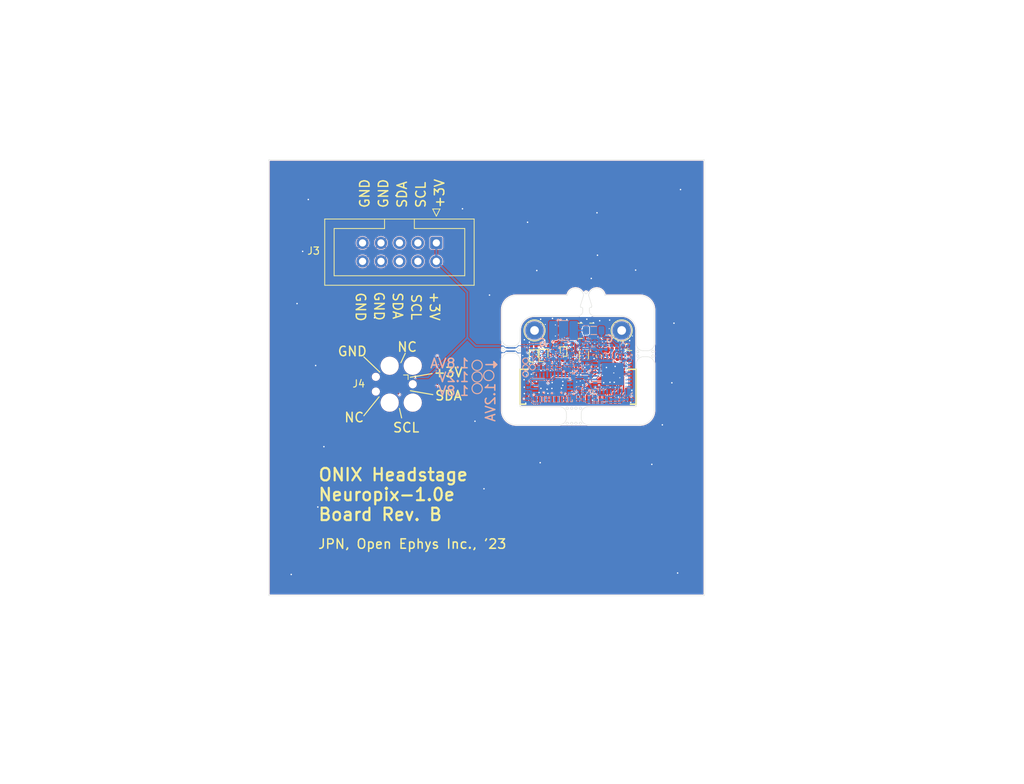
<source format=kicad_pcb>
(kicad_pcb (version 20221018) (generator pcbnew)
  (title_block (title "ONIX Neuropixels 1.0 Economical Headstage") (rev "B") (company "Open Ephys, Inc") (comment 1 "Jonathan P. Newman") (comment 3 "(Hirose Flex Connector)"))
  (layers (0 "F.Cu" signal) (1 "In1.Cu" signal) (2 "In2.Cu" signal) (31 "B.Cu" signal) (34 "B.Paste" user) (35 "F.Paste" user) (36 "B.SilkS" user "B.Silkscreen") (37 "F.SilkS" user "F.Silkscreen") (38 "B.Mask" user) (39 "F.Mask" user) (44 "Edge.Cuts" user))
  (net 0 "")
  (net 1 "GND")
  (net 2 "+1V8")
  (net 3 "+1.2VA")
  (net 4 "Net-(D1-K)")
  (net 5 "+1V2")
  (net 6 "+4V")
  (net 7 "Net-(L1-Pad2)")
  (net 8 "Net-(U3-EN2)")
  (net 9 "/Neuropixels 1.0/MCLK")
  (net 10 "/Neuropixels 1.0/CAL_SIGNAL")
  (net 11 "/Neuropixels 1.0/~{OSC_PDOWN}")
  (net 12 "/DC Tap & Regulation/RF+DC")
  (net 13 "/DC Tap & Regulation/VA_{EN}")
  (net 14 "/Neuropixels 1.0/NP_{~{MUXRST}}")
  (net 15 "/Neuropixels 1.0/SDA")
  (net 16 "/Neuropixels 1.0/SCL")
  (net 17 "/Neuropixels 1.0/SYNC")
  (net 18 "+2V5")
  (net 19 "/Neuropixels 1.0/D6")
  (net 20 "/Neuropixels 1.0/D5")
  (net 21 "/Neuropixels 1.0/D4")
  (net 22 "/Neuropixels 1.0/D3")
  (net 23 "/Neuropixels 1.0/D2")
  (net 24 "/Neuropixels 1.0/D1")
  (net 25 "/Neuropixels 1.0/D0")
  (net 26 "/Neuropixels 1.0/PCLK")
  (net 29 "/Perpherials/GPIO0")
  (net 30 "/Perpherials/GPIO1")
  (net 31 "Net-(R12-Pad1)")
  (net 32 "Net-(U5-DOUTP)")
  (net 33 "Net-(U5-DOUTN)")
  (net 34 "Net-(U5-PDB)")
  (net 35 "Net-(U6--)")
  (net 36 "Net-(U9-CAP)")
  (net 37 "Net-(U5-GPIO3{slash}CLKIN)")
  (net 38 "+1.8VA")
  (net 39 "Net-(U5-MODE)")
  (net 40 "/Serializer/Dout-")
  (net 41 "Net-(U6-+)")
  (net 58 "/Neuropixels 1.0/DCLK")
  (net 61 "/Neuropixels 1.0/MCLK_{RAW}")
  (net 63 "Net-(U5-VDDPLL)")
  (net 64 "Net-(U5-VDDCML)")
  (footprint "Connector:Tag-Connect_TC2030-IDC-FP_2x03_P1.27mm_Vertical" (layer "F.Cu") (at 117.29 95.9 180)
    (fp_text reference "J4")
    (fp_text value "TC2030" hide)
  )
  (footprint "Resistor_SMD:R_0201_0603Metric" (layer "F.Cu") (at 138.18 90.56)
    (fp_text reference "R1" hide)
    (fp_text value "1k" hide)
  )
  (footprint "Capacitor_SMD:C_0201_0603Metric" (layer "F.Cu") (at 146.35 92.2 -90)
    (fp_text reference "C19" hide)
    (fp_text value "10nF" hide)
  )
  (footprint "jonnew:MOLEX_5050700622" (layer "F.Cu") (at 140.2 88.5)
    (fp_text reference "J5" hide)
    (fp_text value "5050700622" hide)
  )
  (footprint "jonnew:HIROSE_X.FL-R-SMT-1" (layer "F.Cu") (at 143.7 88.6)
    (fp_text reference "J1" hide)
    (fp_text value "X.FL-R-SMT-1(02)" hide)
  )
  (footprint "Resistor_SMD:R_0201_0603Metric" (layer "F.Cu") (at 139.43 90.79 90)
    (fp_text reference "R15" hide)
    (fp_text value "49.9" hide)
  )
  (footprint "Resistor_SMD:R_0201_0603Metric" (layer "F.Cu") (at 141.85 90.65 -90)
    (fp_text reference "R12" hide)
    (fp_text value "1k" hide)
  )
  (footprint "Capacitor_SMD:C_0402_1005Metric" (layer "F.Cu") (at 145.45 92 -90)
    (fp_text reference "C21" hide)
    (fp_text value "10uF" hide)
  )
  (footprint "oe_common:ANALOG_CB-6-2_BGA-6_2x3_1.0x1.45mm" (layer "F.Cu") (at 137.84 91.92 180)
    (fp_text reference "U2" hide)
    (fp_text value "ADP220ACBZ-1812R7" hide)
  )
  (footprint "Capacitor_SMD:C_0201_0603Metric" (layer "F.Cu") (at 135.4 90.845 90)
    (fp_text reference "C10" hide)
    (fp_text value "1uF" hide)
  )
  (footprint "oe_common:ANALOG_N60T1+1_WLP6-1.24x0.84x0.5" (layer "F.Cu") (at 140.6 91.4 90)
    (fp_text reference "U6" hide)
    (fp_text value "MAX40111ANT" hide)
  )
  (footprint "Package_SON:Texas_X2SON-4_1x1mm_P0.65mm" (layer "F.Cu") (at 143.4 91.9 90)
    (fp_text reference "U4" hide)
    (fp_text value "TPS3839E16DQNT " hide)
  )
  (footprint "Capacitor_SMD:C_0201_0603Metric" (layer "F.Cu") (at 148.75 92.15 -90)
    (fp_text reference "C23" hide)
    (fp_text value "0.1uF" hide)
  )
  (footprint "Resistor_SMD:R_0201_0603Metric" (layer "F.Cu") (at 135.4 92.245 90)
    (fp_text reference "R5" hide)
    (fp_text value "7.15k" hide)
  )
  (footprint "Capacitor_SMD:C_0201_0603Metric" (layer "F.Cu") (at 147.05 92.2 -90)
    (fp_text reference "C20" hide)
    (fp_text value "0.1uF" hide)
  )
  (footprint "Resistor_SMD:R_0201_0603Metric" (layer "F.Cu") (at 140.8 92.6 180)
    (fp_text reference "R11" hide)
    (fp_text value "1k" hide)
  )
  (footprint "Capacitor_SMD:C_0201_0603Metric" (layer "F.Cu") (at 139.65 92.25 90)
    (fp_text reference "C28" hide)
    (fp_text value "0.1uF" hide)
  )
  (footprint "Resistor_SMD:R_0201_0603Metric" (layer "F.Cu") (at 138.84 92.2 -90)
    (fp_text reference "R14" hide)
    (fp_text value "10k" hide)
  )
  (footprint "oe_common:ANALOG_CB-6-2_BGA-6_2x3_1.0x1.45mm" (layer "F.Cu") (at 136.49 92 180)
    (fp_text reference "U3" hide)
    (fp_text value "ADP220ACBZ-1812R7" hide)
  )
  (footprint "LOGO" (layer "F.Cu") (at 146.17 87.56)
    (fp_text reference "G***" hide)
    (fp_text value "LOGO" hide)
  )
  (footprint "Inductor_SMD:L_0201_0603Metric" (layer "F.Cu") (at 147.6 91 180)
    (fp_text reference "L4" hide)
    (fp_text value "BLF03RD501GZED" hide)
  )
  (footprint "LOGO" (layer "F.Cu") (at 144.66 113.43)
    (fp_text reference "G***" hide)
    (fp_text value "LOGO" hide)
  )
  (footprint "Capacitor_SMD:C_0201_0603Metric" (layer "F.Cu") (at 148 92.15 -90)
    (fp_text reference "C22" hide)
    (fp_text value "10nF" hide)
  )
  (footprint "Capacitor_SMD:C_0201_0603Metric" (layer "F.Cu") (at 143.4 90.6)
    (fp_text reference "C7" hide)
    (fp_text value "0.1uF" hide)
  )
  (footprint "oe_common:HIROSE_FH23-45S-0.3SHW(05)" (layer "F.Cu") (at 142.6 96.25)
    (fp_text reference "J2" hide)
    (fp_text value "FH23-45S-0.3SHW(05)" hide)
  )
  (footprint "TestPoint:TestPoint_THTPad_D2.5mm_Drill1.2mm" (layer "F.Cu") (at 136.6 88.5)
    (fp_text reference "TP1" hide)
    (fp_text value "GND" hide)
  )
  (footprint "Capacitor_SMD:C_0402_1005Metric" (layer "F.Cu") (at 149.28 90.71)
    (fp_text reference "C24" hide)
    (fp_text value "10uF" hide)
  )
  (footprint "Resistor_SMD:R_0201_0603Metric" (layer "F.Cu") (at 146 90.6 180)
    (fp_text reference "R10" hide)
    (fp_text value "49.9" hide)
  )
  (footprint "Connector_IDC:IDC-Header_2x05_P2.54mm_Vertical" (layer "F.Cu") (at 123.08 76.4475 -90)
    (fp_text reference "J3")
    (fp_text value "SBH11-PBPC-D05-ST-BK" hide)
  )
  (footprint "Resistor_SMD:R_0201_0603Metric" (layer "F.Cu") (at 141.85 92.15 -90)
    (fp_text reference "R13" hide)
    (fp_text value "1k" hide)
  )
  (footprint "Resistor_SMD:R_0201_0603Metric" (layer "F.Cu") (at 136.48 90.62 180)
    (fp_text reference "R2" hide)
    (fp_text value "1k" hide)
  )
  (footprint "jonnew:ROHM_SML-P11MTT86R" (layer "F.Cu") (at 149.6 92.15 -90)
    (fp_text reference "D1" hide)
    (fp_text value "SML-P11UTT86R" hide)
  )
  (footprint "TestPoint:TestPoint_THTPad_D2.5mm_Drill1.2mm" (layer "F.Cu") (at 148.6 88.5)
    (fp_text reference "TP2" hide)
    (fp_text value "GND" hide)
  )
  (footprint "Inductor_SMD:L_0805_2012Metric" (layer "B.Cu") (at 144.75 88.5 180)
    (fp_text reference "L2" hide)
    (fp_text value "ASMPH-0805-4R7M-T" hide)
  )
  (footprint "Capacitor_SMD:C_0201_0603Metric" (layer "B.Cu") (at 145.42 98.05 180)
    (fp_text reference "C15" hide)
    (fp_text value "0.1uF" hide)
  )
  (footprint "jonnew:TestPoint_Pad_D0.6mm" (layer "B.Cu") (at 135.36 92.68 180)
    (fp_text reference "TP5" hide)
    (fp_text value "+1.8VA" hide)
  )
  (footprint "Resistor_SMD:R_0201_0603Metric" (layer "B.Cu") (at 143.5 93)
    (fp_text reference "R9" hide)
    (fp_text value "10k" hide)
  )
  (footprint "jonnew:ONSEMI_567JZ_WLCSP4-0.64x0.64" (layer "B.Cu") (at 140.11 93.59 -90)
    (fp_text reference "U1" hide)
    (fp_text value "NCP163AFCT250T2G" hide)
  )
  (footprint "Resistor_SMD:R_0201_0603Metric" (layer "B.Cu") (at 149.1 90.55)
    (fp_text reference "R6" hide)
    (fp_text value "1k" hide)
  )
  (footprint "jonnew:ST_WLCSP5-0.959x1.073" (layer "B.Cu") (at 142 92.2)
    (fp_text reference "U8" hide)
    (fp_text value "M24C64-FCS6TP/K" hide)
  )
  (footprint "Capacitor_SMD:C_0201_0603Metric" (layer "B.Cu") (at 137.96 91.41)
    (fp_text reference "C4" hide)
    (fp_text value "1uF")
  )
  (footprint "Capacitor_SMD:C_0201_0603Metric" (layer "B.Cu") (at 142 93.3 180)
    (fp_text reference "C32" hide)
    (fp_text value "0.1uF" hide)
  )
  (footprint "Package_LGA:LGA-28_5.2x3.8mm_P0.5mm" (layer "B.Cu") (at 139.1 96.3)
    (fp_text reference "U9" hide)
    (fp_text value "BNO055" hide)
  )
  (footprint "Resistor_SMD:R_0201_0603Metric" (layer "B.Cu") (at 141.7 90.8 90)
    (fp_text reference "R16" hide)
    (fp_text value "7.15k" hide)
  )
  (footprint "Resistor_SMD:R_0201_0603Metric" (layer "B.Cu") (at 143.5 91.4)
    (fp_text reference "R8" hide)
    (fp_text value "10k" hide)
  )
  (footprint "Capacitor_SMD:C_0402_1005Metric" (layer "B.Cu") (at 139.19 91.93 -90)
    (fp_text reference "C6" hide)
    (fp_text value "10uF")
  )
  (footprint "jonnew:TestPoint_Pad_D0.6mm" (layer "B.Cu") (at 136.32 93.55 180)
    (fp_text reference "TP6" hide)
    (fp_text value "+1.2VA" hide)
  )
  (footprint "Capacitor_SMD:C_0201_0603Metric" (layer "B.Cu") (at 137.5 93.6)
    (fp_text reference "C35" hide)
    (fp_text value "0.1uF" hide)
  )
  (footprint "jonnew:TestPoint_Pad_D0.6mm" (layer "B.Cu") (at 135.37 94.5 180)
    (fp_text reference "TP3" hide)
    (fp_text value "+1.8V" hide)
  )
  (footprint "Capacitor_SMD:C_0402_1005Metric" (layer "B.Cu") (at 144.9 90.6 90)
    (fp_text reference "C18" hide)
    (fp_text value "10uF" hide)
  )
  (footprint "Resistor_SMD:R_0201_0603Metric" (layer "B.Cu") (at 139.1 90.45)
    (fp_text reference "R3" hide)
    (fp_text value "2k" hide)
  )
  (footprint "Capacitor_SMD:C_0201_0603Metric" (layer "B.Cu") (at 146.45 90.8 90)
    (fp_text reference "C17" hide)
    (fp_text value "0.1uF" hide)
  )
  (footprint "jonnew:MICROCHIP_VFLGA4-2.0x1.6" (layer "B.Cu") (at 143.2 95.7 180)
    (fp_text reference "U7" hide)
    (fp_text value "DSC6101MA3B-PROGT" hide)
  )
  (footprint "jonnew:OE_SolderJumper-3_0201_Bridged12" (layer "B.Cu") (at 144.09 97.75 90)
    (fp_text reference "JP1" hide)
    (fp_text value "Jumper_3_Bridged12" hide)
  )
  (footprint "Inductor_SMD:L_0201_0603Metric" (layer "B.Cu") (at 143.6 90.6 180)
    (fp_text reference "L3" hide)
    (fp_text value "BLF03RD501GZED" hide)
  )
  (footprint "Capacitor_SMD:C_0201_0603Metric" (layer "B.Cu") (at 136.12 92.1 90)
    (fp_text reference "C9" hide)
    (fp_text value "1uF" hide)
  )
  (footprint "Capacitor_SMD:C_0201_0603Metric" (layer "B.Cu") (at 149.68 98)
    (fp_text reference "C13" hide)
    (fp_text value "0.1uF" hide)
  )
  (footprint "Capacitor_SMD:C_0201_0603Metric" (layer "B.Cu") (at 138 92.49)
    (fp_text reference "C5" hide)
    (fp_text value "1uF" hide)
  )
  (footprint "Resistor_SMD:R_0201_0603Metric" (layer "B.Cu") (at 143.35 97.65 -90)
    (fp_text reference "R17" hide)
    (fp_text value "22" hide)
  )
  (footprint "Capacitor_SMD:C_0201_0603Metric" (layer "B.Cu") (at 143.5 92.2 180)
    (fp_text reference "C27" hide)
    (fp_text value "1uF" hide)
  )
  (footprint "Capacitor_SMD:C_0201_0603Metric" (layer "B.Cu") (at 140.03 92.11 90)
    (fp_text reference "C2" hide)
    (fp_text value "1uF" hide)
  )
  (footprint "Capacitor_SMD:C_0201_0603Metric" (layer "B.Cu") (at 135.65 97.55 -90)
    (fp_text reference "C34" hide)
    (fp_text value "0.1uF" hide)
  )
  (footprint "Capacitor_SMD:C_0201_0603Metric" (layer "B.Cu") (at 142.62 97.64 90)
    (fp_text reference "C31" hide)
    (fp_text value "27pF" hide)
  )
  (footprint "Capacitor_SMD:C_0201_0603Metric" (layer "B.Cu") (at 147.9 90.9 90)
    (fp_text reference "C25" hide)
    (fp_text value "0.1uF" hide)
  )
  (footprint "Capacitor_SMD:C_0201_0603Metric" (layer "B.Cu") (at 148.28 98 180)
    (fp_text reference "C12" hide)
    (fp_text value "10nF" hide)
  )
  (footprint "Capacitor_SMD:C_0201_0603Metric" (layer "B.Cu") (at 138.98 93.59 180)
    (fp_text reference "C1" hide)
    (fp_text value "1uF" hide)
  )
  (footprint "Capacitor_SMD:C_0201_0603Metric" (layer "B.Cu") (at 140.6 90.45)
    (fp_text reference "C29" hide)
    (fp_text value "0.1uF" hide)
  )
  (footprint "jonnew:TestPoint_Pad_D0.6mm" (layer "B.Cu") (at 135.37 93.6 180)
    (fp_text reference "TP4" hide)
    (fp_text value "+1.2V" hide)
  )
  (footprint "Resistor_SMD:R_0201_0603Metric" (layer "B.Cu") (at 143.65 89.8)
    (fp_text reference "R4" hide)
    (fp_text value "2k" hide)
  )
  (footprint "Capacitor_SMD:C_0201_0603Metric" (layer "B.Cu") (at 146.85 98)
    (fp_text reference "C14" hide)
    (fp_text value "10nF" hide)
  )
  (footprint "Capacitor_SMD:C_0201_0603Metric" (layer "B.Cu") (at 136.87 92.1 90)
    (fp_text reference "C11" hide)
    (fp_text value "1uF" hide)
  )
  (footprint "Capacitor_SMD:C_0402_1005Metric" (layer "B.Cu") (at 140.87 91.91 90)
    (fp_text reference "C3" hide)
    (fp_text value "10uF" hide)
  )
  (footprint "Capacitor_SMD:C_0201_0603Metric" (layer "B.Cu") (at 135.65 96.05 -90)
    (fp_text reference "C33" hide)
    (fp_text value "0.1uF" hide)
  )
  (footprint "Capacitor_SMD:C_0201_0603Metric" (layer "B.Cu") (at 145.75 90.8 90)
    (fp_text reference "C16" hide)
    (fp_text value "10nF" hide)
  )
  (footprint "jonnew:TI_RTV0032A" (layer "B.Cu") (at 147.35 94.5)
    (fp_text reference "U5" hide)
    (fp_text value "DS90UB933TRTVTQ1" hide)
  )
  (footprint "Capacitor_SMD:C_0201_0603Metric" (layer "B.Cu") (at 136.5 91)
    (fp_text reference "C8" hide)
    (fp_text value "1uF" hide)
  )
  (footprint "Inductor_SMD:L_1210_3225Metric" (layer "B.Cu") (at 140.6 88.5)
    (fp_text reference "L1" hide)
    (fp_text value "CBC3225T101MR" hide)
  )
  (footprint "Resistor_SMD:R_0201_0603Metric" (layer "B.Cu") (at 149.1 91.25 180)
    (fp_text reference "R7" hide)
    (fp_text value "10k" hide)
  )
  (footprint "Capacitor_SMD:C_0201_0603Metric" (layer "B.Cu") (at 143.2 94.1)
    (fp_text reference "C30" hide)
    (fp_text value "10nF" hide)
  )
  (footprint "Capacitor_SMD:C_0201_0603Metric" (layer "B.Cu") (at 147.2 90.9 90)
    (fp_text reference "C26" hide)
    (fp_text value "47nF" hide)
  )
  (gr_line (start 131.1 93) (end 131.1 93.4) (stroke (width 0.2)) (layer "B.SilkS"))
  (gr_circle (center 130.3 94.7) (end 130.8 95.2) (stroke (width 0.15)) (fill none) (layer "B.SilkS"))
  (gr_circle (center 128.7 93.307106) (end 129.2 93.807106) (stroke (width 0.15)) (fill none) (layer "B.SilkS"))
  (gr_circle (center 128.7 96.5) (end 129.2 97) (stroke (width 0.15)) (fill none) (layer "B.SilkS"))
  (gr_line (start 129.9 93.2) (end 131.4 93.2) (stroke (width 0.2)) (layer "B.SilkS"))
  (gr_line (start 131 93.6) (end 131.4 93.2) (stroke (width 0.2)) (layer "B.SilkS"))
  (gr_line (start 131.4 93.2) (end 131 92.8) (stroke (width 0.2)) (layer "B.SilkS"))
  (gr_line (start 131 92.8) (end 131 93.6) (stroke (width 0.2)) (layer "B.SilkS"))
  (gr_circle (center 128.7 94.9) (end 129.2 95.4) (stroke (width 0.15)) (fill none) (layer "B.SilkS"))
  (gr_line (start 122.5 94.44) (end 119.5 94.9475) (stroke (width 0.15)) (layer "F.SilkS"))
  (gr_line (start 113.1 100.24) (end 115.2 97.64) (stroke (width 0.15)) (layer "F.SilkS"))
  (gr_line (start 113.1 92.14) (end 115.3 94.24) (stroke (width 0.15)) (layer "F.SilkS"))
  (gr_line (start 118 99.24) (end 118.3 100.54) (stroke (width 0.15)) (layer "F.SilkS"))
  (gr_line (start 118.8 91.64) (end 118.2 92.94) (stroke (width 0.15)) (layer "F.SilkS"))
  (gr_line (start 122.6 97.34) (end 119.5 96.8) (stroke (width 0.15)) (layer "F.SilkS"))
  (gr_line (start 148.6 86.5) (end 144.85 86.5) (stroke (width 0.05)) (layer "Edge.Cuts"))
  (gr_line (start 151.1 83.67) (end 146.279475 83.670248) (stroke (width 0.05)) (layer "Edge.Cuts"))
  (gr_arc (start 153.1 90.3) (mid 152.807103 91.007103) (end 152.1 91.3) (stroke (width 0.05)) (layer "Edge.Cuts"))
  (gr_circle (center 150.8 92.02) (end 150.975 92.02) (stroke (width 0.05)) (fill none) (layer "Edge.Cuts"))
  (gr_line (start 132.1 92.6) (end 132.1 99.5) (stroke (width 0.05)) (layer "Edge.Cuts"))
  (gr_arc (start 132.1 85.67) (mid 132.685786 84.255786) (end 134.1 83.67) (stroke (width 0.05)) (layer "Edge.Cuts"))
  (gr_line (start 134.6 99) (end 140 99) (stroke (width 0.05)) (layer "Edge.Cuts"))
  (gr_arc (start 144.85 86.5) (mid 144.355025 86.294975) (end 144.15 85.8) (stroke (width 0.05)) (layer "Edge.Cuts"))
  (gr_line (start 150.6 88.5) (end 150.6 90.3) (stroke (width 0.05)) (layer "Edge.Cuts"))
  (gr_line (start 133.1 90.65) (end 133.6 90.65) (stroke (width 0.05)) (layer "Edge.Cuts"))
  (gr_line (start 134.6 92.6) (end 134.6 99) (stroke (width 0.05)) (layer "Edge.Cuts"))
  (gr_arc (start 141.120525 83.670248) (mid 142.237392 82.673568) (end 143.349999 83.675001) (stroke (width 0.05)) (layer "Edge.Cuts"))
  (gr_line (start 143 85.3) (end 142.925 85.3) (stroke (width 0.05)) (layer "Edge.Cuts"))
  (gr_arc (start 134.1 101.5) (mid 132.685786 100.914214) (end 132.1 99.5) (stroke (width 0.05)) (layer "Edge.Cuts"))
  (gr_line (start 142.55 86.5) (end 136.6 86.5) (stroke (width 0.05)) (layer "Edge.Cuts"))
  (gr_line (start 134.6 88.5) (end 134.6 89.65) (stroke (width 0.05)) (layer "Edge.Cuts"))
  (gr_arc (start 143.25 85.8) (mid 143.044975 86.294975) (end 142.55 86.5) (stroke (width 0.05)) (layer "Edge.Cuts"))
  (gr_line (start 144.02 99) (end 150.6 99) (stroke (width 0.05)) (layer "Edge.Cuts"))
  (gr_arc (start 152.1 92.12) (mid 152.807105 92.412895) (end 153.1 93.12) (stroke (width 0.05)) (layer "Edge.Cuts"))
  (gr_circle (center 143.7 83.275) (end 143.875 83.275) (stroke (width 0.05)) (fill none) (layer "Edge.Cuts"))
  (gr_circle (center 134.4 91.15) (end 134.575 91.15) (stroke (width 0.05)) (fill none) (layer "Edge.Cuts"))
  (gr_circle (center 152.9 91.4) (end 153.075 91.4) (stroke (width 0.05)) (fill none) (layer "Edge.Cuts"))
  (gr_line (start 153.1 90.3) (end 153.1 85.67) (stroke (width 0.05)) (layer "Edge.Cuts"))
  (gr_arc (start 153.1 99.5) (mid 152.514214 100.914214) (end 151.1 101.5) (stroke (width 0.05)) (layer "Edge.Cuts"))
  (gr_line (start 143.35 83.675001) (end 142.925 85.05) (stroke (width 0.05)) (layer "Edge.Cuts"))
  (gr_line (start 144.4 85.3) (end 144.475 85.3) (stroke (width 0.05)) (layer "Edge.Cuts"))
  (gr_circle (center 152.9 92.02) (end 153.075 92.02) (stroke (width 0.05)) (fill none) (layer "Edge.Cuts"))
  (gr_arc (start 134.6 88.5) (mid 135.185786 87.085786) (end 136.6 86.5) (stroke (width 0.05)) (layer "Edge.Cuts"))
  (gr_arc (start 133.1 90.65) (mid 132.392893 90.357107) (end 132.1 89.65) (stroke (width 0.05)) (layer "Edge.Cuts"))
  (gr_circle (center 141.72 99.2) (end 141.895 99.2) (stroke (width 0.05)) (fill none) (layer "Edge.Cuts"))
  (gr_circle (center 141.72 101.3) (end 141.895 101.3) (stroke (width 0.05)) (fill none) (layer "Edge.Cuts"))
  (gr_arc (start 144.15 85.55) (mid 144.223223 85.373223) (end 144.4 85.3) (stroke (width 0.05)) (layer "Edge.Cuts"))
  (gr_line (start 142.925 85.05) (end 142.925 85.3) (stroke (width 0.05)) (layer "Edge.Cuts"))
  (gr_circle (center 150.8 91.4) (end 150.975 91.4) (stroke (width 0.05)) (fill none) (layer "Edge.Cuts"))
  (gr_arc (start 151.1 83.67) (mid 152.514214 84.255786) (end 153.1 85.67) (stroke (width 0.05)) (layer "Edge.Cuts"))
  (gr_arc (start 140 99) (mid 140.707107 99.292893) (end 141 100) (stroke (width 0.05)) (layer "Edge.Cuts"))
  (gr_arc (start 134.6 89.65) (mid 134.307107 90.357107) (end 133.6 90.65) (stroke (width 0.05)) (layer "Edge.Cuts"))
  (gr_arc (start 143 85.3) (mid 143.176777 85.373223) (end 143.25 85.55) (stroke (width 0.05)) (layer "Edge.Cuts"))
  (gr_arc (start 133.6 91.6) (mid 134.307107 91.892893) (end 134.6 92.6) (stroke (width 0.05)) (layer "Edge.Cuts"))
  (gr_line (start 150.6 93.12) (end 150.6 99) (stroke (width 0.05)) (layer "Edge.Cuts"))
  (gr_line (start 151.6 91.3) (end 152.1 91.3) (stroke (width 0.05)) (layer "Edge.Cuts"))
  (gr_line (start 153.1 93.12) (end 153.1 99.5) (stroke (width 0.05)) (layer "Edge.Cuts"))
  (gr_line (start 152.1 92.12) (end 151.6 92.12) (stroke (width 0.05)) (layer "Edge.Cuts"))
  (gr_circle (center 142.3 101.3) (end 142.475 101.3) (stroke (width 0.05)) (fill none) (layer "Edge.Cuts"))
  (gr_line (start 143.02 100) (end 143.02 100.5) (stroke (width 0.05)) (layer "Edge.Cuts"))
  (gr_circle (center 142.3 99.2) (end 142.475 99.2) (stroke (width 0.05)) (fill none) (layer "Edge.Cuts"))
  (gr_circle (center 142.92 99.2) (end 143.095 99.2) (stroke (width 0.05)) (fill none) (layer "Edge.Cuts"))
  (gr_line (start 141 100.5) (end 141 100) (stroke (width 0.05)) (layer "Edge.Cuts"))
  (gr_arc (start 151.6 91.3) (mid 150.892892 91.007108) (end 150.6 90.3) (stroke (width 0.05)) (layer "Edge.Cuts"))
  (gr_circle (center 132.275 91.15) (end 132.45 91.15) (stroke (width 0.05)) (fill none) (layer "Edge.Cuts"))
  (gr_circle (center 141.1 99.2) (end 141.275 99.2) (stroke (width 0.05)) (fill none) (layer "Edge.Cuts"))
  (gr_line (start 141.120525 83.670248) (end 134.1 83.67) (stroke (width 0.05)) (layer "Edge.Cuts"))
  (gr_line (start 144.475 85.05) (end 144.05 83.675001) (stroke (width 0.05)) (layer "Edge.Cuts"))
  (gr_circle (center 141.1 101.3) (end 141.275 101.3) (stroke (width 0.05)) (fill none) (layer "Edge.Cuts"))
  (gr_arc (start 144.050001 83.675001) (mid 145.162608 82.673568) (end 146.279475 83.670248) (stroke (width 0.05)) (layer "Edge.Cuts"))
  (gr_arc (start 150.6 93.12) (mid 150.89289 92.41289) (end 151.6 92.12) (stroke (width 0.05)) (layer "Edge.Cuts"))
  (gr_line (start 144.15 85.8) (end 144.15 85.55) (stroke (width 0.05)) (layer "Edge.Cuts"))
  (gr_line (start 134.1 101.5) (end 140 101.5) (stroke (width 0.05)) (layer "Edge.Cuts"))
  (gr_line (start 132.1 89.65) (end 132.1 85.67) (stroke (width 0.05)) (layer "Edge.Cuts"))
  (gr_arc (start 148.6 86.5) (mid 150.014214 87.085786) (end 150.6 88.5) (stroke (width 0.05)) (layer "Edge.Cuts"))
  (gr_arc (start 132.1 92.6) (mid 132.392893 91.892893) (end 133.1 91.6) (stroke (width 0.05)) (layer "Edge.Cuts"))
  (gr_line (start 144.475 85.3) (end 144.475 85.05) (stroke (width 0.05)) (layer "Edge.Cuts"))
  (gr_arc (start 141 100.5) (mid 140.707107 101.207107) (end 140 101.5) (stroke (width 0.05)) (layer "Edge.Cuts"))
  (gr_line (start 133.6 91.6) (end 133.1 91.6) (stroke (width 0.05)) (layer "Edge.Cuts"))
  (gr_arc (start 143.02 100) (mid 143.312893 99.292893) (end 144.02 99) (stroke (width 0.05)) (layer "Edge.Cuts"))
  (gr_circle (center 142.92 101.3) (end 143.095 101.3) (stroke (width 0.05)) (fill none) (layer "Edge.Cuts"))
  (gr_line (start 151.1 101.5) (end 144.02 101.5) (stroke (width 0.05)) (layer "Edge.Cuts"))
  (gr_arc (start 144.02 101.5) (mid 143.312893 101.207107) (end 143.02 100.5) (stroke (width 0.05)) (layer "Edge.Cuts"))
  (gr_line (start 143.25 85.55) (end 143.25 85.8) (stroke (width 0.05)) (layer "Edge.Cuts"))
  (gr_rect (start 100 65) (end 160 125) (stroke (width 0.05)) (fill none) (layer "Edge.Cuts"))
  (gr_text "G" (at 147.56 90.24) (layer "B.SilkS") (effects (font (size 1 1) (thickness 0.2) bold) (justify left bottom mirror)))
  (gr_text "1.2VA" (at 131.3 95.6 90) (layer "B.SilkS") (effects (font (size 1.3 1.3) (thickness 0.2) bold) (justify left bottom mirror)))
  (gr_text "G" (at 138.36 90.74) (layer "B.SilkS") (effects (font (size 1 1) (thickness 0.2) bold) (justify left bottom mirror)))
  (gr_text "1.2V" (at 127.7 95.7) (layer "B.SilkS") (effects (font (size 1.3 1.3) (thickness 0.2) bold) (justify left bottom mirror)))
  (gr_text "1.8VA" (at 127.7 93.8) (layer "B.SilkS") (effects (font (size 1.3 1.3) (thickness 0.2) bold) (justify left bottom mirror)))
  (gr_text "1.8V" (at 127.7 97.6) (layer "B.SilkS") (effects (font (size 1.3 1.3) (thickness 0.2) bold) (justify left bottom mirror)))
  (gr_text "SCL" (at 119.53 83.3475 -90) (layer "F.SilkS") (effects (font (size 1.3 1.3) (thickness 0.2) bold) (justify left bottom)))
  (gr_text "JPN, Open Ephys Inc., '23" (at 106.7 117.9) (layer "F.SilkS") (effects (font (size 1.3 1.3) (thickness 0.2)) (justify left)))
  (gr_text "GND" (at 113.98 71.7475 90) (layer "F.SilkS") (effects (font (size 1.3 1.3) (thickness 0.2) bold) (justify left bottom)))
  (gr_text "GND" (at 111.88 83.1475 -90) (layer "F.SilkS") (effects (font (size 1.3 1.3) (thickness 0.2) bold) (justify left bottom)))
  (gr_text "GND" (at 116.555 71.7475 90) (layer "F.SilkS") (effects (font (size 1.3 1.3) (thickness 0.2) bold) (justify left bottom)))
  (gr_text "+3V" (at 122.6 95.04) (layer "F.SilkS") (effects (font (size 1.3 1.3) (thickness 0.2) bold) (justify left bottom)))
  (gr_text "NC" (at 110.3 101.24) (layer "F.SilkS") (effects (font (size 1.3 1.3) (thickness 0.2) bold) (justify left bottom)))
  (gr_text "ONIX Headstage \nNeuropix-1.0e \nBoard Rev. B" (at 106.7 111.1) (layer "F.SilkS") (effects (font (size 1.7 1.7) (thickness 0.3) bold) (justify left)))
  (gr_text "SCL" (at 117 102.64) (layer "F.SilkS") (effects (font (size 1.3 1.3) (thickness 0.2) bold) (justify left bottom)))
  (gr_text "SDA" (at 119.13 71.7475 90) (layer "F.SilkS") (effects (font (size 1.3 1.3) (thickness 0.2) bold) (justify left bottom)))
  (gr_text "SDA" (at 122.8 98.24) (layer "F.SilkS") (effects (font (size 1.3 1.3) (thickness 0.2) bold) (justify left bottom)))
  (gr_text "NC" (at 117.6 91.54) (layer "F.SilkS") (effects (font (size 1.3 1.3) (thickness 0.2) bold) (justify left bottom)))
  (gr_text "GND" (at 109.4 92.14) (layer "F.SilkS") (effects (font (size 1.3 1.3) (thickness 0.2) bold) (justify left bottom)))
  (gr_text "+3V" (at 124.28 71.7475 90) (layer "F.SilkS") (effects (font (size 1.3 1.3) (thickness 0.2) bold) (justify left bottom)))
  (gr_text "SDA" (at 116.98 83.1475 -90) (layer "F.SilkS") (effects (font (size 1.3 1.3) (thickness 0.2) bold) (justify left bottom)))
  (gr_text "GND" (at 114.43 83.0475 -90) (layer "F.SilkS") (effects (font (size 1.3 1.3) (thickness 0.2) bold) (justify left bottom)))
  (gr_text "+3V" (at 122.08 83.0475 270) (layer "F.SilkS") (effects (font (size 1.3 1.3) (thickness 0.2) bold) (justify left bottom)))
  (gr_text "SCL" (at 121.705 71.7475 90) (layer "F.SilkS") (effects (font (size 1.3 1.3) (thickness 0.2) bold) (justify left bottom)))
  (segment (start 139.65 91.98) (end 139.96 92.29) (width 0.1) (layer "F.Cu") (net 1))
  (segment (start 144.5145 98.025) (end 144.4 98.025) (width 0.1) (layer "F.Cu") (net 1))
  (segment (start 141.85 92.47) (end 141.85 92.61) (width 0.1) (layer "F.Cu") (net 1))
  (segment (start 148.9 93.59) (end 148.9 93.6) (width 0.1) (layer "F.Cu") (net 1))
  (segment (start 141.85 92.61) (end 141.65 92.81) (width 0.1) (layer "F.Cu") (net 1))
  (segment (start 143.4 91.9) (end 143.39 91.9) (width 0.2) (layer "F.Cu") (net 1))
  (segment (start 139.65 91.93) (end 139.65 91.98) (width 0.1) (layer "F.Cu") (net 1))
  (segment (start 144.59 98.1005) (end 144.5145 98.025) (width 0.1) (layer "F.Cu") (net 1))
  (segment (start 138.0405 91.92) (end 138.05 91.92) (width 0.2) (layer "F.Cu") (net 1))
  (segment (start 143.39 91.9) (end 143.300899 91.989101) (width 0.2) (layer "F.Cu") (net 1))
  (via (at 146.99 95.64) (size 0.3) (drill 0.2) (layers "F.Cu" "B.Cu") (remove_unused_layers) (zone_layer_connections "F.Cu" "In1.Cu" "In2.Cu" "B.Cu") (net 1))
  (via (at 104.67 77.61) (size 0.3) (drill 0.2) (layers "F.Cu" "B.Cu") (net 1))
  (via (at 152.75 106.94) (size 0.3) (drill 0.2) (layers "F.Cu" "B.Cu") (net 1))
  (via (at 146.89 88.25) (size 0.25) (drill 0.15) (layers "F.Cu" "B.Cu") (remove_unused_layers) (zone_layer_connections "F.Cu" "In1.Cu" "In2.Cu" "B.Cu") (net 1))
  (via (at 144.416061 81.338202) (size 0.3) (drill 0.2) (layers "F.Cu" "B.Cu") (net 1))
  (via (at 130.4 83.63) (size 0.3) (drill 0.2) (layers "F.Cu" "B.Cu") (net 1))
  (via (at 150.07 89.26) (size 0.25) (drill 0.15) (layers "F.Cu" "B.Cu") (remove_unused_layers) (zone_layer_connections "F.Cu" "In1.Cu" "In2.Cu" "B.Cu") (net 1))
  (via (at 134.9755 91.95) (size 0.25) (drill 0.15) (layers "F.Cu" "B.Cu") (remove_unused_layers) (zone_layer_connections "F.Cu" "In1.Cu" "In2.Cu" "B.Cu") (net 1))
  (via (at 135.16 95.28) (size 0.3) (drill 0.2) (layers "F.Cu" "B.Cu") (remove_unused_layers) (zone_layer_connections "F.Cu" "In1.Cu" "In2.Cu" "B.Cu") (net 1))
  (via (at 147.512132 94.349665) (size 0.25) (drill 0.15) (layers "F.Cu" "B.Cu") (remove_unused_layers) (zone_layer_connections "F.Cu" "In1.Cu" "In2.Cu" "B.Cu") (net 1))
  (via (at 156.3 121.9) (size 0.3) (drill 0.2) (layers "F.Cu" "B.Cu") (net 1))
  (via (at 141.834896 94.124533) (size 0.25) (drill 0.15) (layers "F.Cu" "B.Cu") (remove_unused_layers) (zone_layer_connections "F.Cu" "In1.Cu" "In2.Cu" "B.Cu") (net 1))
  (via (at 140.49355 95.522998) (size 0.3) (drill 0.2) (layers "F.Cu" "B.Cu") (remove_unused_layers) (zone_layer_connections "F.Cu" "In1.Cu" "In2.Cu" "B.Cu") (net 1))
  (via (at 144.59 98.1005) (size 0.3) (drill 0.2) (layers "F.Cu" "B.Cu") (remove_unused_layers) (zone_layer_connections "F.Cu" "In1.Cu" "In2.Cu" "B.Cu") (net 1))
  (via (at 140.49 96.05) (size 0.3) (drill 0.2) (layers "F.Cu" "B.Cu") (remove_unused_layers) (zone_layer_connections "F.Cu" "In1.Cu" "In2.Cu" "B.Cu") (net 1))
  (via (at 129.64 110.3) (size 0.3) (drill 0.2) (layers "F.Cu" "B.Cu") (net 1))
  (via (at 135.91 93.11) (size 0.3) (drill 0.2) (layers "F.Cu" "B.Cu") (remove_unused_layers) (zone_layer_connections "F.Cu" "In1.Cu" "In2.Cu" "B.Cu") (net 1))
  (via (at 144.8 92.3805) (size 0.3) (drill 0.2) (layers "F.Cu" "B.Cu") (remove_unused_layers) (zone_layer_connections "F.Cu" "In1.Cu" "In2.Cu" "B.Cu") (net 1))
  (via (at 136.859092 95.55) (size 0.3) (drill 0.2) (layers "F.Cu" "B.Cu") (remove_unused_layers) (zone_layer_connections "F.Cu" "In1.Cu" "In2.Cu" "B.Cu") (net 1))
  (via (at 148.34 95.01) (size 0.25) (drill 0.15) (layers "F.Cu" "B.Cu") (remove_unused_layers) (zone_layer_connections "F.Cu" "In1.Cu" "In2.Cu" "B.Cu") (net 1))
  (via (at 135.39 98.51) (size 0.3) (drill 0.2) (layers "F.Cu" "B.Cu") (remove_unused_layers) (zone_layer_connections "F.Cu" "In1.Cu" "In2.Cu" "B.Cu") (net 1))
  (via (at 106.46 93.33) (size 0.3) (drill 0.2) (layers "F.Cu" "B.Cu") (net 1))
  (via (at 137.38 106.71) (size 0.3) (drill 0.2) (layers "F.Cu" "B.Cu") (net 1))
  (via (at 144.88 90.27) (size 0.25) (drill 0.15) (layers "F.Cu" "B.Cu") (remove_unused_layers) (zone_layer_connections "F.Cu" "In1.Cu" "In2.Cu" "B.Cu") (net 1))
  (via (at 144.7 87.45) (size 0.3) (drill 0.2) (layers "F.Cu" "B.Cu") (remove_unused_layers) (zone_layer_connections "F.Cu" "In1.Cu" "In2.Cu" "B.Cu") (net 1))
  (via (at 135.64 73.6) (size 0.3) (drill 0.2) (layers "F.Cu" "B.Cu") (net 1))
  (via (at 135.2 97.2) (size 0.3) (drill 0.2) (layers "F.Cu" "B.Cu") (remove_unused_layers) (zone_layer_connections "F.Cu" "In1.Cu" "In2.Cu" "B.Cu") (net 1))
  (via (at 146.95 89.25) (size 0.25) (drill 0.15) (layers "F.Cu" "B.Cu") (remove_unused_layers) (zone_layer_connections "F.Cu" "In1.Cu" "In2.Cu" "B.Cu") (net 1))
  (via (at 147.02 96.33) (size 0.25) (drill 0.15) (layers "F.Cu" "B.Cu") (remove_unused_layers) (zone_layer_connections "F.Cu" "In1.Cu" "In2.Cu" "B.Cu") (net 1))
  (via (at 138.33 96.59) (size 0.3) (drill 0.2) (layers "F.Cu" "B.Cu") (remove_unused_layers) (zone_layer_connections "F.Cu" "In1.Cu" "In2.Cu" "B.Cu") (net 1))
  (via (at 140.04 91.89) (size 0.25) (drill 0.15) (layers "F.Cu" "B.Cu") (remove_unused_layers) (zone_layer_connections "F.Cu" "In1.Cu" "In2.Cu" "B.Cu") (net 1))
  (via (at 141.05 87) (size 0.3) (drill 0.2) (layers "F.Cu" "B.Cu") (remove_unused_layers) (zone_layer_connections "F.Cu" "In1.Cu" "In2.Cu" "B.Cu") (net 1))
  (via (at 146.5 93.6) (size 0.3) (drill 0.2) (layers "F.Cu" "B.Cu") (remove_unused_layers) (zone_layer_connections "F.Cu" "In1.Cu" "In2.Cu" "B.Cu") (net 1))
  (via (at 142.4 95.6) (size 0.25) (drill 0.15) (layers "F.Cu" "B.Cu") (remove_unused_layers) (zone_layer_connections "F.Cu" "In1.Cu" "In2.Cu" "B.Cu") (net 1))
  (via (at 148.9 93.59) (size 0.25) (drill 0.15) (layers "F.Cu" "B.Cu") (remove_unused_layers) (zone_layer_connections "F.Cu" "In1.Cu" "In2.Cu" "B.Cu") (net 1))
  (via (at 150.52 80.19) (size 0.3) (drill 0.2) (layers "F.Cu" "B.Cu") (net 1))
  (via (at 145.95 94.7) (size 0.25) (drill 0.15) (layers "F.Cu" "B.Cu") (remove_unused_layers) (zone_layer_connections "F.Cu" "In1.Cu" "In2.Cu" "B.Cu") (net 1))
  (via (at 146.45 89.15) (size 0.25) (drill 0.15) (layers "F.Cu" "B.Cu") (remove_unused_layers) (zone_layer_connections "F.Cu" "In1.Cu" "In2.Cu" "B.Cu") (net 1))
  (via (at 138 89.85) (size 0.3) (drill 0.2) (layers "F.Cu" "B.Cu") (remove_unused_layers) (zone_layer_connections "F.Cu" "In1.Cu" "In2.Cu" "B.Cu") (net 1))
  (via (at 139.614453 93.0245) (size 0.25) (drill 0.15) (layers "F.Cu" "B.Cu") (remove_unused_layers) (zone_layer_connections "F.Cu" "In1.Cu" "In2.Cu" "B.Cu") (net 1))
  (via (at 150 96.75) (size 0.3) (drill 0.2) (layers "F.Cu" "B.Cu") (remove_unused_layers) (zone_layer_connections "F.Cu" "In1.Cu" "In2.Cu" "B.Cu") (net 1))
  (via (at 138.08 87.68) (size 0.25) (drill 0.15) (layers "F.Cu" "B.Cu") (remove_unused_layers) (zone_layer_connections "F.Cu" "In1.Cu" "In2.Cu" "B.Cu") (net 1))
  (via (at 155.51 95.71) (size 0.3) (drill 0.2) (layers "F.Cu" "B.Cu") (net 1))
  (via (at 138.44 97.17) (size 0.3) (drill 0.2) (layers "F.Cu" "B.Cu") (remove_unused_layers) (zone_layer_connections "F.Cu" "In1.Cu" "In2.Cu" "B.Cu") (net 1))
  (via (at 106.76 112.81) (size 0.3) (drill 0.2) (layers "F.Cu" "B.Cu") (net 1))
  (via (at 149.85 98.4) (size 0.3) (drill 0.2) (layers "F.Cu" "B.Cu") (remove_unused_layers) (zone_layer_connections "F.Cu" "In1.Cu" "In2.Cu" "B.Cu") (net 1))
  (via (at 147.71 96.34) (size 0.25) (drill 0.15) (layers "F.Cu" "B.Cu") (remove_unused_layers) (zone_layer_connections "F.Cu" "In1.Cu" "In2.Cu" "B.Cu") (net 1))
  (via (at 145.34 93.66) (size 0.3) (drill 0.2) (layers "F.Cu" "B.Cu") (remove_unused_layers) (zone_layer_connections "F.Cu" "In1.Cu" "In2.Cu" "B.Cu") (net 1))
  (via (at 147.7 93.45) (size 0.3) (drill 0.2) (layers "F.Cu" "B.Cu") (remove_unused_layers) (zone_layer_connections "F.Cu" "In1.Cu" "In2.Cu" "B.Cu") (net 1))
  (via (at 147.58 95.64) (size 0.3) (drill 0.2) (layers "F.Cu" "B.Cu") (remove_unused_layers) (zone_layer_connections "F.Cu" "In1.Cu" "In2.Cu" "B.Cu") (net 1))
  (via (at 142.9 95.45) (size 0.25) (drill 0.15) (layers "F.Cu" "B.Cu") (remove_unused_layers) (zone_layer_connections "F.Cu" "In1.Cu" "In2.Cu" "B.Cu") (net 1))
  (via (at 136.83 91.84) (size 0.25) (drill 0.15) (layers "F.Cu" "B.Cu") (remove_unused_layers) (zone_layer_connections "F.Cu" "In1.Cu" "In2.Cu" "B.Cu") (net 1))
  (via (at 141.56802 92.308292) (size 0.25) (drill 0.15) (layers "F.Cu" "B.Cu") (remove_unused_layers) (zone_layer_connections "F.Cu" "In1.Cu" "In2.Cu" "B.Cu") (net 1))
  (via (at 142.63 97.34) (size 0.25) (drill 0.15) (layers "F.Cu" "B.Cu") (remove_unused_layers) (zone_layer_connections "F.Cu" "In1.Cu" "In2.Cu" "B.Cu") (net 1))
  (via (at 136.160092 94.53) (size 0.3) (drill 0.2) (layers "F.Cu" "B.Cu") (remove_unused_layers) (zone_layer_connections "F.Cu" "In1.Cu" "In2.Cu" "B.Cu") (net 1))
  (via (at 126.68 71.7475) (size 0.3) (drill 0.2) (layers "F.Cu" "B.Cu") (net 1))
  (via (at 135.2 89.78) (size 0.3) (drill 0.2) (layers "F.Cu" "B.Cu") (remove_unused_layers) (zone_layer_connections "F.Cu" "In1.Cu" "In2.Cu" "B.Cu") (net 1))
  (via (at 156.7 69.1) (size 0.3) (drill 0.2) (layers "F.Cu" "B.Cu") (net 1))
  (via (at 155.8 87.5) (size 0.3) (drill 0.2) (layers "F.Cu" "B.Cu") (net 1))
  (via (at 148.8 92.9505) (size 0.25) (drill 0.15) (layers "F.Cu" "B.Cu") (remove_unused_layers) (zone_layer_connections "F.Cu" "In1.Cu" "In2.Cu" "B.Cu") (net 1))
  (via (at 146.8 90.05) (size 0.25) (drill 0.15) (layers "F.Cu" "B.Cu") (remove_unused_layers) (zone_layer_connections "F.Cu" "In1.Cu" "In2.Cu" "B.Cu") (net 1))
  (via (at 140.31 96.45) (size 0.3) (drill 0.2) (layers "F.Cu" "B.Cu") (remove_unused_layers) (zone_layer_connections "F.Cu" "In1.Cu" "In2.Cu" "B.Cu") (net 1))
  (via (at 143 87.4) (size 0.3) (drill 0.2) (layers "F.Cu" "B.Cu") (remove_unused_layers) (zone_layer_connections "F.Cu" "In1.Cu" "In2.Cu" "B.Cu") (net 1))
  (via (at 146.12 95.6995) (size 0.3) (drill 0.2) (layers "F.Cu" "B.Cu") (remove_unused_layers) (zone_layer_connections "F.Cu" "In1.Cu" "In2.Cu" "B.Cu") (net 1))
  (via (at 142.444101 92.894101) (size 0.25) (drill 0.15) (layers "F.Cu" "B.Cu") (remove_unused_layers) (zone_layer_connections "F.Cu" "In1.Cu" "In2.Cu" "B.Cu") (net 1))
  (via (at 145.95 90.1) (size 0.25) (drill 0.15) (layers "F.Cu" "B.Cu") (remove_unused_layers) (zone_layer_connections "F.Cu" "In1.Cu" "In2.Cu" "B.Cu") (net 1))
  (via (at 145.32 89.38) (size 0.25) (drill 0.15) (layers "F.Cu" "B.Cu") (remove_unused_layers) (zone_layer_connections "F.Cu" "In1.Cu" "In2.Cu" "B.Cu") (net 1))
  (via (at 145.78 96.29) (size 0.25) (drill 0.15) (layers "F.Cu" "B.Cu") (remove_unused_layers) (zone_layer_connections "F.Cu" "In1.Cu" "In2.Cu" "B.Cu") (net 1))
  (via (at 135.89 90.12) (size 0.3) (drill 0.2) (layers "F.Cu" "B.Cu") (remove_unused_layers) (zone_layer_connections "F.Cu" "In1.Cu" "In2.Cu" "B.Cu") (net 1))
  (via (at 148.1 90) (size 0.25) (drill 0.15) (layers "F.Cu" "B.Cu") (remove_unused_layers) (zone_layer_connections "F.Cu" "In1.Cu" "In2.Cu" "B.Cu") (net 1))
  (via (at 138.99 96.49) (size 0.3) (drill 0.2) (layers "F.Cu" "B.Cu") (remove_unused_layers) (zone_layer_connections "F.Cu" "In1.Cu" "In2.Cu" "B.Cu") (net 1))
  (via (at 107.6 104.5) (size 0.3) (drill 0.2) (layers "F.Cu" "B.Cu") (net 1))
  (via (at 148.15 97.67) (size 0.3) (drill 0.2) (layers "F.Cu" "B.Cu") (remove_unused_layers) (zone_layer_connections "F.Cu" "In1.Cu" "In2.Cu" "B.Cu") (net 1))
  (via (at 146.94 87.07) (size 0.3) (drill 0.2) (layers "F.Cu" "B.Cu") (remove_unused_layers) (zone_layer_connections "F.Cu" "In1.Cu" "In2.Cu" "B.Cu") (net 1))
  (via (at 103.1 122.1) (size 0.3) (drill 0.2) (layers "F.Cu" "B.Cu") (net 1))
  (via (at 145.266637 78.14121) (size 0.3) (drill 0.2) (layers "F.Cu" "B.Cu") (net 1))
  (via (at 149.7 89.9) (size 0.3) (drill 0.2) (layers "F.Cu" "B.Cu") (remove_unused_layers) (zone_layer_connections "F.Cu" "In1.Cu" "In2.Cu" "B.Cu") (net 1))
  (via (at 144.31 91.35) (size 0.3) (drill 0.2) (layers "F.Cu" "B.Cu") (remove_unused_layers) (zone_layer_connections "F.Cu" "In1.Cu" "In2.Cu" "B.Cu") (net 1))
  (via (at 143.5245 93.6) (size 0.3) (drill 0.2) (layers "F.Cu" "B.Cu") (remove_unused_layers) (zone_layer_connections "F.Cu" "In1.Cu" "In2.Cu" "B.Cu") (net 1))
  (via (at 146.4 90.05) (size 0.25) (drill 0.15) (layers "F.Cu" "B.Cu") (remove_unused_layers) (zone_layer_connections "F.Cu" "In1.Cu" "In2.Cu" "B.Cu") (net 1))
  (via (at 137.22 97.05) (size 0.3) (drill 0.2) (layers "F.Cu" "B.Cu") (remove_unused_layers) (zone_layer_connections "F.Cu" "In1.Cu" "In2.Cu" "B.Cu") (net 1))
  (via (at 138.78 94.02) (size 0.25) (drill 0.15) (layers "F.Cu" "B.Cu") (net 1))
  (via (at 136.91 80.25) (size 0.3) (drill 0.2) (layers "F.Cu" "B.Cu") (net 1))
  (via (at 138.0405 91.92) (size 0.25) (drill 0.15) (layers "F.Cu" "B.Cu") (net 1))
  (via (at 141.07 93.025498) (size 0.25) (drill 0.15) (layers "F.Cu" "B.Cu") (remove_unused_layers) (zone_layer_connections "F.Cu" "In1.Cu" "In2.Cu" "B.Cu") (net 1))
  (via (at 143.300899 91.989101) (size 0.25) (drill 0.15) (layers "F.Cu" "B.Cu") (net 1))
  (via (at 145.57 87.16) (size 0.3) (drill 0.2) (layers "F.Cu" "B.Cu") (remove_unused_layers) (zone_layer_connections "F.Cu" "In1.Cu" "In2.Cu" "B.Cu") (net 1))
  (via (at 144.28 90.25) (size 0.25) (drill 0.15) (layers "F.Cu" "B.Cu") (remove_unused_layers) (zone_layer_connections "F.Cu" "In1.Cu" "In2.Cu" "B.Cu") (net 1))
  (via (at 105.45 70.47) (size 0.3) (drill 0.2) (layers "F.Cu" "B.Cu") (net 1))
  (via (at 144.84 96.93) (size 0.25) (drill 0.15) (layers "F.Cu" "B.Cu") (remove_unused_layers) (zone_layer_connections "F.Cu" "In1.Cu" "In2.Cu" "B.Cu") (net 1))
  (via (at 137.48 96.47) (size 0.3) (drill 0.2) (layers "F.Cu" "B.Cu") (remove_unused_layers) (zone_layer_connections "F.Cu" "In1.Cu" "In2.Cu" "B.Cu") (net 1))
  (via (at 143.8 86.95) (size 0.3) (drill 0.2) (layers "F.Cu" "B.Cu") (remove_unused_layers) (zone_layer_connections "F.Cu" "In1.Cu" "In2.Cu" "B.Cu") (net 1))
  (via (at 143.59 96.5) (size 0.25) (drill 0.15) (layers "F.Cu" "B.Cu") (remove_unused_layers) (zone_layer_connections "F.Cu" "In1.Cu" "In2.Cu" "B.Cu") (net 1))
  (via (at 117.52 69.93) (size 0.3) (drill 0.2) (layers "F.Cu" "B.Cu") (net 1))
  (via (at 141.21 94.43) (size 0.25) (drill 0.15) (layers "F.Cu" "B.Cu") (remove_unused_layers) (zone_layer_connections "F.Cu" "In1.Cu" "In2.Cu" "B.Cu") (net 1))
  (via (at 145.2 72.3) (size 0.3) (drill 0.2) (layers "F.Cu" "B.Cu") (net 1))
  (via (at 154.2 101.5) (size 0.3) (drill 0.2) (layers "F.Cu" "B.Cu") (net 1))
  (via (at 135.19 96.31) (size 0.3) (drill 0.2) (layers "F.Cu" "B.Cu") (remove_unused_layers) (zone_layer_connections "F.Cu" "In1.Cu" "In2.Cu" "B.Cu") (net 1))
  (via (at 141.1 91.6) (size 0.25) (drill 0.15) (layers "F.Cu" "B.Cu") (remove_unused_layers) (zone_layer_connections "F.Cu" "In1.Cu" "In2.Cu" "B.Cu") (net 1))
  (via (at 103.9 84.8) (size 0.3) (drill 0.2) (layers "F.Cu" "B.Cu") (net 1))
  (via (at 147.4 89.55) (size 0.25) (drill 0.15) (layers "F.Cu" "B.Cu") (remove_unused_layers) (zone_layer_connections "F.Cu" "In1.Cu" "In2.Cu" "B.Cu") (net 1))
  (via (at 128.4 101) (size 0.3) (drill 0.2) (layers "F.Cu" "B.Cu") (net 1))
  (via (at 143.23 96.01) (size 0.3) (drill 0.2) (layers "F.Cu" "B.Cu") (remove_unused_layers) (zone_layer_connections "F.Cu" "In1.Cu" "In2.Cu" "B.Cu") (net 1))
  (via (at 136.85 94.6375) (size 0.25) (drill 0.15) (layers "F.Cu" "B.Cu") (remove_unused_layers) (zone_layer_connections "F.Cu" "In1.Cu" "In2.Cu" "B.Cu") (net 1))
  (via (at 139.07 86.84) (size 0.3) (drill 0.2) (layers "F.Cu" "B.Cu") (remove_unused_layers) (zone_layer_connections "F.Cu" "In1.Cu" "In2.Cu" "B.Cu") (net 1))
  (via (at 139.03 95.68) (size 0.3) (drill 0.2) (layers "F.Cu" "B.Cu") (remove_unused_layers) (zone_layer_connections "F.Cu" "In1.Cu" "In2.Cu" "B.Cu") (net 1))
  (via (at 114.56 86.76) (size 0.3) (drill 0.2) (layers "F.Cu" "B.Cu") (net 1))
  (via (at 137.49 94.01) (size 0.3) (drill 0.2) (layers "F.Cu" "B.Cu") (remove_unused_layers) (zone_layer_connections "F.Cu" "In1.Cu" "In2.Cu" "B.Cu") (net 1))
  (via (at 137.44 86.96) (size 0.3) (drill 0.2) (layers "F.Cu" "B.Cu") (remove_unused_layers) (zone_layer_connections "F.Cu" "In1.Cu" "In2.Cu" "B.Cu") (net 1))
  (segment (start 132.11 91.556367) (end 131.643633 91.556367) (width 0.2) (layer "B.Cu") (net 1))
  (segment (start 134.120286 91.439714) (end 134.030572 91.35) (width 0.1) (layer "B.Cu") (net 1))
  (segment (start 137.207868 91.112133) (end 137.207868 91.627868) (width 0.1) (layer "B.Cu") (net 1))
  (segment (start 134.120286 91.439714) (end 134.280571 91.6) (width 0.1) (layer "B.Cu") (net 1))
  (segment (start 143.753672 96.504673) (end 143.723999 96.475) (width 0.1) (layer "B.Cu") (net 1))
  (segment (start 147.17 98) (end 147.96 98) (width 0.2) (layer "B.Cu") (net 1))
  (segment (start 137.207868 91.627868) (end 137.26 91.68) (width 0.1) (layer "B.Cu") (net 1))
  (segment (start 134.42 91.6) (end 134.92 91.6) (width 0.1) (layer "B.Cu") (net 1))
  (segment (start 143.23 96.01) (end 143.675 96.455) (width 0.1) (layer "B.Cu") (net 1))
  (segment (start 138.35 91.48) (end 138.67 91.48) (width 0.1) (layer "B.Cu") (net 1))
  (segment (start 132.446488 91.556367) (end 132.11 91.556367) (width 0.1) (layer "B.Cu") (net 1))
  (segment (start 134.280571 91.6) (end 134.42 91.6) (width 0.1) (layer "B.Cu") (net 1))
  (segment (start 143.723999 96.475) (end 143.675 96.475) (width 0.1) (layer "B.Cu") (net 1))
  (segment (start 136.82 91) (end 137.095735 91) (width 0.1) (layer "B.Cu") (net 1))
  (segment (start 137.16 91.78) (end 136.87 91.78) (width 0.1) (layer "B.Cu") (net 1))
  (segment (start 134.92 91.6) (end 134.93 91.61) (width 0.1) (layer "B.Cu") (net 1))
  (segment (start 134.030572 91.35) (end 133.84 91.35) (width 0.1) (layer "B.Cu") (net 1))
  (segment (start 143.675 96.455) (end 143.675 96.475) (width 0.1) (layer "B.Cu") (net 1))
  (segment (start 132.652855 91.35) (end 132.446488 91.556367) (width 0.1) (layer "B.Cu") (net 1))
  (segment (start 139.19 92.41) (end 139.19 92.600047) (width 0.1) (layer "B.Cu") (net 1))
  (segment (start 132.78 91.35) (end 132.652855 91.35) (width 0.1) (layer "B.Cu") (net 1))
  (segment (start 138.28 91.41) (end 138.35 91.48) (width 0.1) (layer "B.Cu") (net 1))
  (segment (start 131.643633 91.556367) (end 131.5 91.7) (width 0.2) (layer "B.Cu") (net 1))
  (segment (start 140.28 90.45) (end 140.28 91.22) (width 0.1) (layer "B.Cu") (net 1))
  (segment (start 137.26 91.68) (end 137.16 91.78) (width 0.1) (layer "B.Cu") (net 1))
  (segment (start 137.207868 91.112133) (end 137.192867 91.097133) (width 0.1) (layer "B.Cu") (net 1))
  (segment (start 137.095735 91) (end 137.207868 91.112133) (width 0.1) (layer "B.Cu") (net 1))
  (segment (start 133.84 91.35) (end 132.78 91.35) (width 0.2) (layer "B.Cu") (net 1))
  (segment (start 142.752365 91) (end 143.1 91) (width 0.2) (layer "F.Cu") (net 2))
  (segment (start 142.662961 91.089404) (end 142.752365 91) (width 0.2) (layer "F.Cu") (net 2))
  (segment (start 148.6 98.025) (end 148.6 97.15) (width 0.2) (layer "F.Cu") (net 2))
  (segment (start 143.08 90.43) (end 142.3762 89.7262) (width 0.2) (layer "F.Cu") (net 2))
  (segment (start 147.5 92.7005) (end 147.7995 93) (width 0.2) (layer "F.Cu") (net 2))
  (segment (start 148.3 93.6) (end 148.3 93.27) (width 0.2) (layer "F.Cu") (net 2))
  (segment (start 137.59 92.42) (end 137.55 92.42) (width 0.15) (layer "F.Cu") (net 2))
  (segment (start 147.7995 93) (end 148.03 93) (width 0.2) (layer "F.Cu") (net 2))
  (segment (start 140.55 89.41) (end 140.55 89.518249) (width 0.15) (layer "F.Cu") (net 2))
  (segment (start 140.4 91.8) (end 140.4 92.52) (width 0.15) (layer "F.Cu") (net 2))
  (segment (start 139.65 92.57) (end 140.45 92.57) (width 0.2) (layer "F.Cu") (net 2))
  (segment (start 149.6 92.6) (end 149.6 97.2505) (width 0.1) (layer "F.Cu") (net 2))
  (segment (start 137.8 90.62) (end 137.86 90.56) (width 0.1) (layer "F.Cu") (net 2))
  (segment (start 143.1 91) (end 143.1 90.62) (width 0.2) (layer "F.Cu") (net 2))
  (segment (start 144.02 91) (end 143.1 91) (width 0.2) (layer "F.Cu") (net 2))
  (segment (start 148.6 97.15) (end 148.85 96.9) (width 0.2) (layer "F.Cu") (net 2))
  (segment (start 146.4445 91.88) (end 146.35 91.88) (width 0.2) (layer "F.Cu") (net 2))
  (segment (start 137.2 91.223558) (end 137.2 92.07) (width 0.2) (layer "F.Cu") (net 2))
  (segment (start 143.1 90.62) (end 143.08 90.6) (width 0.2) (layer "F.Cu") (net 2))
  (segment (start 146.4445 91.88) (end 147.03 91.88) (width 0.2) (layer "F.Cu") (net 2))
  (segment (start 148.3 93.27) (end 148.03 93) (width 0.2) (layer "F.Cu") (net 2))
  (segment (start 145.45 91.52) (end 144.86 90.93) (width 0.2) (layer "F.Cu") (net 2))
  (segment (start 147.28 91.33) (end 147.05 91.56) (width 0.2) (layer "F.Cu") (net 2))
  (segment (start 143.075 91.47) (end 143.075 91.025) (width 0.15) (layer "F.Cu") (net 2))
  (segment (start 143.08 90.6) (end 143.08 90.43) (width 0.2) (layer "F.Cu") (net 2))
  (segment (start 140.4 92.52) (end 140.48 92.6) (width 0.15) (layer "F.Cu") (net 2))
  (segment (start 137.47 90.62) (end 137.8 90.62) (width 0.1) (layer "F.Cu") (net 2))
  (segment (start 140.474059 92.95971) (end 140.48 92.953769) (width 0.2) (layer "F.Cu") (net 2))
  (segment (start 137.55 92.42) (end 137.2 92.07) (width 0.15) (layer "F.Cu") (net 2))
  (segment (start 140.45 92.57) (end 140.48 92.6) (width 0.2) (layer "F.Cu") (net 2))
  (segment (start 141.066284 89.782322) (end 140.849429 89.782322) (width 0.2) (layer "F.Cu") (net 2))
  (segment (start 143.08 90.6) (end 143.08 90.614264) (width 0.2) (layer "F.Cu") (net 2))
  (segment (start 145.98 91.88) (end 146.35 91.88) (width 0.2) (layer "F.Cu") (net 2))
  (segment (start 147.28 91) (end 147.28 91.33) (width 0.2) (layer "F.Cu") (net 2))
  (segment (start 145.62 91.52) (end 145.98 91.88) (width 0.2) (layer "F.Cu") (net 2))
  (segment (start 148.3 94.35) (end 148.3 93.6) (width 0.2) (layer "F.Cu") (net 2))
  (segment (start 137.471779 90.951779) (end 137.2 91.223558) (width 0.2) (layer "F.Cu") (net 2))
  (segment (start 148.85 94.9) (end 148.3 94.35) (width 0.2) (layer "F.Cu") (net 2))
  (segment (start 141.122406 89.7262) (end 141.066284 89.782322) (width 0.2) (layer "F.Cu") (net 2))
  (segment (start 137.471779 90.621779) (end 137.47 90.62) (width 0.1) (layer "F.Cu") (net 2))
  (segment (start 148.85 96.9) (end 148.85 94.9) (width 0.2) (layer "F.Cu") (net 2))
  (segment (start 147.05 91.56) (end 147.05 91.88) (width 0.2) (layer "F.Cu") (net 2))
  (segment (start 149.6 97.2505) (end 149.8995 97.55) (width 0.1) (layer "F.Cu") (net 2))
  (segment (start 137.471779 90.951779) (end 137.471779 90.621779) (width 0.1) (layer "F.Cu") (net 2))
  (segment (start 142.3762 89.7262) (end 141.122406 89.7262) (width 0.2) (layer "F.Cu") (net 2))
  (segment (start 140.55 89.518249) (end 140.831751 89.8) (width 0.15) (layer "F.Cu") (net 2))
  (segment (start 136.8 90.62) (end 137.47 90.62) (width 0.1) (layer "F.Cu") (net 2))
  (segment (start 144.09 90.93) (end 144.02 91) (width 0.2) (layer "F.Cu") (net 2))
  (segment (start 140.48 92.953769) (end 140.48 92.6) (width 0.2) (layer "F.Cu") (net 2))
  (segment (start 143.075 91.025) (end 143.1 91) (width 0.15) (layer "F.Cu") (net 2))
  (segment (start 145.45 91.52) (end 145.62 91.52) (width 0.2) (layer "F.Cu") (net 2))
  (segment (start 144.86 90.93) (end 144.09 90.93) (width 0.2) (layer "F.Cu") (net 2))
  (via (at 146.4445 91.88) (size 0.25) (drill 0.15) (layers "F.Cu" "B.Cu") (remove_unused_layers) (net 2))
  (via (at 135.15 97.9) (size 0.3) (drill 0.2) (layers "F.Cu" "B.Cu") (remove_unused_layers) (net 2))
  (via (at 140.474059 92.95971) (size 0.3) (drill 0.2) (layers "F.Cu" "B.Cu") (net 2))
  (via (at 149.8995 97.55) (size 0.25) (drill 0.15) (layers "F.Cu" "B.Cu") (remove_unused_layers) (net 2))
  (via (at 137.471779 90.951779) (size 0.3) (drill 0.2) (layers "F.Cu" "B.Cu") (net 2))
  (via (at 137.59 92.42) (size 0.3) (drill 0.2) (layers "F.Cu" "B.Cu") (net 2))
  (via (at 147.5 92.7005) (size 0.3) (drill 0.2) (layers "F.Cu" "B.Cu") (remove_unused_layers) (net 2))
  (via (at 142.662961 91.089404) (size 0.3) (drill 0.2) (layers "F.Cu" "B.Cu") (remove_unused_layers) (net 2))
  (via (at 135.5055 94.637298) (size 0.25) (drill 0.15) (layers "F.Cu" "B.Cu") (net 2))
  (segment (start 142.725 94.575) (end 142.88 94.42) (width 0.2) (layer "B.Cu") (net 2))
  (segment (start 143.675 95.451993) (end 144.35 96.126993) (width 0.2) (layer "B.Cu") (net 2))
  (segment (start 137.15 98.5) (end 137.35 98.3) (width 0.2) (layer "B.Cu") (net 2))
  (segment (start 142.725 94.925) (end 143.625 94.925) (width 0.2) (layer "B.Cu") (net 2))
  (segment (start 146.76 97.55) (end 146.56 97.75) (width 0.2) (layer "B.Cu") (net 2))
  (segment (start 146.53 98) (end 146.075735 98) (width 0.2) (layer "B.Cu") (net 2))
  (segment (start 149.1 96.9) (end 149.1 97.2) (width 0.2) (layer "B.Cu") (net 2))
  (segment (start 145.273765 96.853765) (end 145.273765 97.255519) (width 0.2) (layer "B.Cu") (net 2))
  (segment (start 149.1 97.2) (end 148.6 97.7) (width 0.2) (layer "B.Cu") (net 2))
  (segment (start 144.621301 96.603055) (end 145.023055 96.603055) (width 0.2) (layer "B.Cu") (net 2))
  (segment (start 149.8995 97.55) (end 149.81 97.55) (width 0.1) (layer "B.Cu") (net 2))
  (segment (start 146.6 92.0355) (end 146.6 92.1) (width 0.2) (layer "B.Cu") (net 2))
  (segment (start 143.18 93) (end 143.18 93.8) (width 0.1) (layer "B.Cu") (net 2))
  (segment (start 146.075735 98) (end 145.975735 98.1) (width 0.2) (layer "B.Cu") (net 2))
  (segment (start 143.152365 90.6) (end 142.662961 91.089404) (width 0.2) (layer "B.Cu") (net 2))
  (segment (start 148.33 98.42) (end 148.6 98.15) (width 0.2) (layer "B.Cu") (net 2))
  (segment (start 141.68 93.3) (end 141.68 92.97) (width 0.15) (layer "B.Cu") (net 2))
  (segment (start 148.6 97.7) (end 148.6 98) (width 0.2) (layer "B.Cu") (net 2))
  (segment (start 143.675 94.975) (end 143.675 95.451993) (width 0.2) (layer "B.Cu") (net 2))
  (segment (start 143.18 93.8) (end 142.88 94.1) (width 0.1) (layer "B.Cu") (net 2))
  (segment (start 145.975735 98.1) (end 145.71 98.1) (width 0.2) (layer "B.Cu") (net 2))
  (segment (start 140.864847 93.350498) (end 140.474059 92.95971) (width 0.2) (layer "B.Cu") (net 2))
  (segment (start 143.18 91.4) (end 142.973557 91.4) (width 0.1) (layer "B.Cu") (net 2))
  (segment (start 142.88 94.1) (end 142.88 94.42) (width 0.2) (layer "B.Cu") (net 2))
  (segment (start 142.58 93.8) (end 141.9 93.8) (width 0.2) (layer "B.Cu") (net 2))
  (segment (start 147.4 97.55) (end 146.76 97.55) (width 0.2) (layer "B.Cu") (net 2))
  (segment (start 146.56 97.75) (end 146.56 98) (width 0.2) (layer "B.Cu") (net 2))
  (segment (start 137.35 98.3) (end 137.35 97.9625) (width 0.2) (layer "B.Cu") (net 2))
  (segment (start 143.28 90.6) (end 143.152365 90.6) (width 0.2) (layer "B.Cu") (net 2))
  (segment (start 136.5 98.5) (end 137.15 98.5) (width 0.2) (layer "B.Cu") (net 2))
  (segment (start 148.6 98.15) (end 148.6 98) (width 0.2) (layer "B.Cu") (net 2))
  (segment (start 146.53 98.014264) (end 146.935736 98.42) (width 0.2) (layer "B.Cu") (net 2))
  (segment (start 141.8 92.85) (end 141.8 92.5465) (width 0.15) (layer "B.Cu") (net 2))
  (segment (start 135.18 97.87) (end 135.15 97.9) (width 0.2) (layer "B.Cu") (net 2))
  (segment (start 148.6 98) (end 149.36 98) (width 0.2) (layer "B.Cu") (net 2))
  (segment (start 141.68 93.3) (end 141.68 93.58) (width 0.2) (layer "B.Cu") (net 2))
  (segment (start 147.6 97.35) (end 147.4 97.55) (width 0.2) (layer "B.Cu") (net 2))
  (segment (start 141.629502 93.350498) (end 140.864847 93.350498) (width 0.2) (layer "B.Cu") (net 2))
  (segment (start 142.973557 91.4) (end 142.662961 91.089404) (width 0.1) (layer "B.Cu") (net 2))
  (segment (start 141.68 93.3) (end 141.629502 93.350498) (width 0.2) (layer "B.Cu") (net 2))
  (segment (start 142.725 94.925) (end 142.725 94.575) (width 0.2) (layer "B.Cu") (net 2))
  (segment (start 141.68 92.97) (end 141.8 92.85) (width 0.15) (layer "B.Cu") (net 2))
  (segment (start 135.65 97.87) (end 135.18 97.87) (width 0.2) (layer "B.Cu") (net 2))
  (segment (start 146.53 98) (end 146.53 98.014264) (width 0.2) (layer "B.Cu") (net 2))
  (segment (start 146.53 98) (end 146.56 98) (width 0.2) (layer "B.Cu") (net 2))
  (segment (start 146.21 97.4) (end 146.56 97.75) (width 0.2) (layer "B.Cu") (net 2))
  (segment (start 144.35 96.331754) (end 144.621301 96.603055) (width 0.2) (layer "B.Cu") (net 2))
  (segment (start 149.81 97.55) (end 149.36 98) (width 0.1) (layer "B.Cu") (net 2))
  (segment (start 146.4445 91.88) (end 146.6 92.0355) (width 0.2) (layer "B.Cu") (net 2))
  (segment (start 141.68 93.58) (end 141.9 93.8) (width 0.2) (layer "B.Cu") (net 2))
  (segment (start 136.5 98.5) (end 135.87 97.87) (width 0.2) (layer "B.Cu") (net 2))
  (segment (start 143.625 94.925) (end 143.675 94.975) (width 0.2) (layer "B.Cu") (net 2))
  (segment (start 142.88 94.1) (end 142.58 93.8) (width 0.2) (layer "B.Cu") (net 2))
  (segment (start 135.87 97.87) (end 135.65 97.87) (width 0.2) (layer "B.Cu") (net 2))
  (segment (start 147.6 96.9) (end 147.6 97.35) (width 0.2) (layer "B.Cu") (net 2))
  (segment (start 145.273765 97.255519) (end 145.418246 97.4) (width 0.2) (layer "B.Cu") (net 2))
  (segment (start 144.35 96.126993) (end 144.35 96.331754) (width 0.2) (layer "B.Cu") (net 2))
  (segment (start 145.023055 96.603055) (end 145.273765 96.853765) (width 0.2) (layer "B.Cu") (net 2))
  (segment (start 146.935736 98.42) (end 148.33 98.42) (width 0.2) (layer "B.Cu") (net 2))
  (segment (start 145.418246 97.4) (end 146.21 97.4) (width 0.2) (layer "B.Cu") (net 2))
  (segment (start 137.864351 97.063949) (end 137.8 97.1283) (width 0.2) (layer "F.Cu") (net 3))
  (segment (start 137.8 97.1283) (end 137.8 98.025) (width 0.2) (layer "F.Cu") (net 3))
  (segment (start 136.24 91.309483) (end 136.24 91.4) (width 0.2) (layer "F.Cu") (net 3))
  (segment (start 138.1 93.3) (end 138.1 93.6) (width 0.2) (layer "F.Cu") (net 3))
  (segment (start 137.935 93.135) (end 138.1 93.3) (width 0.2) (layer "F.Cu") (net 3))
  (segment (start 136.247871 91.301612) (end 136.24 91.309483) (width 0.2) (layer "F.Cu") (net 3))
  (via (at 137.935 93.135) (size 0.3) (drill 0.2) (layers "F.Cu" "B.Cu") (remove_unused_layers) (net 3))
  (via (at 136.247871 91.301612) (size 0.3) (drill 0.2) (layers "F.Cu" "B.Cu") (net 3))
  (via (at 137.864351 97.063949) (size 0.3) (drill 0.2) (layers "F.Cu" "B.Cu") (remove_unused_layers) (net 3))
  (segment (start 137.85 93.22) (end 136.80316 93.22) (width 0.1) (layer "B.Cu") (net 3))
  (segment (start 136.47316 93.55) (end 136.32 93.55) (width 0.1) (layer "B.Cu") (net 3))
  (segment (start 137.935 93.135) (end 137.85 93.22) (width 0.1) (layer "B.Cu") (net 3))
  (segment (start 136.80316 93.22) (end 136.47316 93.55) (width 0.1) (layer "B.Cu") (net 3))
  (segment (start 149.6 91.9505) (end 149.5005 92.05) (width 0.1) (layer "F.Cu") (net 4))
  (segment (start 149.6 91.7) (end 149.6 91.9505) (width 0.1) (layer "F.Cu") (net 4))
  (via (at 149.5005 92.05) (size 0.25) (drill 0.15) (layers "F.Cu" "B.Cu") (remove_unused_layers) (net 4))
  (via (at 148.78 90.12) (size 0.25) (drill 0.15) (layers "F.Cu" "B.Cu") (remove_unused_layers) (net 4))
  (segment (start 148.78 90.12) (end 148.78 90.45) (width 0.1) (layer "B.Cu") (net 4))
  (segment (start 147.1 93.6) (end 147.1 94.32) (width 0.2) (layer "F.Cu") (net 5))
  (segment (start 147.1 94.32) (end 145.13 94.32) (width 0.2) (layer "F.Cu") (net 5))
  (segment (start 135.81 94.674266) (end 136.325735 95.19) (width 0.1) (layer "F.Cu") (net 5))
  (segment (start 136.325735 95.19) (end 137.94 95.19) (width 0.1) (layer "F.Cu") (net 5))
  (segment (start 135.81 93.995587) (end 135.81 94.674266) (width 0.1) (layer "F.Cu") (net 5))
  (segment (start 135.61749 93.803077) (end 135.81 93.995587) (width 0.1) (layer "F.Cu") (net 5))
  (segment (start 148.04 95.55) (end 148.04 96.46962) (width 0.2) (layer "F.Cu") (net 5))
  (segment (start 144.61 94.84) (end 139.33 94.84) (width 0.2) (layer "F.Cu") (net 5))
  (segment (start 147.1 94.61) (end 148.04 95.55) (width 0.2) (layer "F.Cu") (net 5))
  (segment (start 147.4 97.10962) (end 147.4 98.025) (width 0.2) (layer "F.Cu") (net 5))
  (segment (start 139.33 94.84) (end 138.46 95.71) (width 0.2) (layer "F.Cu") (net 5))
  (segment (start 148.04 96.46962) (end 147.4 97.10962) (width 0.2) (layer "F.Cu") (net 5))
  (segment (start 145.13 94.32) (end 144.61 94.84) (width 0.2) (layer "F.Cu") (net 5))
  (segment (start 147.1 94.32) (end 147.1 94.61) (width 0.2) (layer "F.Cu") (net 5))
  (segment (start 137.94 95.19) (end 138.46 95.71) (width 0.1) (layer "F.Cu") (net 5))
  (via (at 135.61749 93.803077) (size 0.25) (drill 0.15) (layers "F.Cu" "B.Cu") (net 5))
  (via (at 138.46 95.71) (size 0.3) (drill 0.2) (layers "F.Cu" "B.Cu") (net 5))
  (via (at 137.59 91.42) (size 0.3) (drill 0.2) (layers "F.Cu" "B.Cu") (net 5))
  (segment (start 135.414413 93.6) (end 135.61749 93.803077) (width 0.1) (layer "B.Cu") (net 5))
  (segment (start 135.37 93.6) (end 135.414413 93.6) (width 0.1) (layer "B.Cu") (net 5))
  (segment (start 135.711619 91.548996) (end 135.778996 91.548996) (width 0.15) (layer "F.Cu") (net 6))
  (segment (start 120.2 94.945) (end 118.875 94.945) (width 0.2) (layer "F.Cu") (net 6))
  (segment (start 138.730517 91.170645) (end 138.299355 91.170645) (width 0.2) (layer "F.Cu") (net 6))
  (segment (start 138.05 92.4) (end 137.59 91.94) (width 0.1) (layer "F.Cu") (net 6))
  (segment (start 137.59 91.92) (end 138.299355 91.210645) (width 0.15) (layer "F.Cu") (net 6))
  (segment (start 137.59 91.94) (end 137.59 91.92) (width 0.1) (layer "F.Cu") (net 6))
  (segment (start 118.875 94.945) (end 118.555 95.265) (width 0.2) (layer "F.Cu") (net 6))
  (segment (start 136.23 92) (end 136.24 92) (width 0.15) (layer "F.Cu") (net 6))
  (segment (start 139.4757 87.735) (end 139.475 87.735) (width 0.1) (layer "F.Cu") (net 6))
  (segment (start 139.4757 89.265) (end 139.475 89.265) (width 0.1) (layer "F.Cu") (net 6))
  (segment (start 138.299355 91.210645) (end 138.299355 91.170645) (width 0.15) (layer "F.Cu") (net 6))
  (segment (start 138.05 92.42) (end 138.05 92.4) (width 0.1) (layer "F.Cu") (net 6))
  (segment (start 135.778996 91.548996) (end 136.23 92) (width 0.15) (layer "F.Cu") (net 6))
  (via (at 139.4757 87.735) (size 0.25) (drill 0.15) (layers "F.Cu" "B.Cu") (remove_unused_layers) (net 6))
  (via (at 135.711619 91.548996) (size 0.25) (drill 0.15) (layers "F.Cu" "B.Cu") (net 6))
  (via (at 120.2 94.945) (size 0.3) (drill 0.2) (layers "F.Cu" "B.Cu") (net 6))
  (via (at 139.4757 89.265) (size 0.25) (drill 0.15) (layers "F.Cu" "B.Cu") (remove_unused_layers) (net 6))
  (via (at 137.59 91.92) (size 0.3) (drill 0.2) (layers "F.Cu" "B.Cu") (net 6))
  (via (at 136.930627 92.829287) (size 0.3) (drill 0.2) (layers "F.Cu" "B.Cu") (remove_unused_layers) (net 6))
  (via (at 138.730517 91.170645) (size 0.3) (drill 0.2) (layers "F.Cu" "B.Cu") (net 6))
  (segment (start 132.75 90.877215) (end 132.577215 90.877215) (width 0.1) (layer "B.Cu") (net 6))
  (segment (start 133.895236 90.901979) (end 132.973546 90.901979) (width 0.2) (layer "B.Cu") (net 6))
  (segment (start 134.378834 90.6) (end 134.78 90.6) (width 0.1) (layer "B.Cu") (net 6))
  (segment (start 138.78 91.121162) (end 138.730517 91.170645) (width 0.2) (layer "B.Cu") (net 6))
  (segment (start 127.3475 83.255) (end 127.3475 89.4975) (width 0.3) (layer "B.Cu") (net 6))
  (segment (start 139.009872 91.45) (end 138.730517 91.170645) (width 0.2) (layer "B.Cu") (net 6))
  (segment (start 128.5 90.65) (end 127.3475 89.4975) (width 0.3) (layer "B.Cu") (net 6))
  (segment (start 123.08 76.4475) (end 123.08 78.9875) (width 0.3) (layer "B.Cu") (net 6))
  (segment (start 132.577215 90.877215) (end 132.35 90.65) (width 0.1) (layer "B.Cu") (net 6))
  (segment (start 131.7 90.65) (end 128.5 90.65) (width 0.3) (layer "B.Cu") (net 6))
  (segment (start 139.19 91.45) (end 139.009872 91.45) (width 0.2) (layer "B.Cu") (net 6))
  (segment (start 132.973546 90.901979) (end 132.849049 90.877215) (width 0.2) (layer "B.Cu") (net 6))
  (segment (start 139.19 91.619167) (end 140.08 92.509167) (width 0.2) (layer "B.Cu") (net 6))
  (segment (start 136.930627 92.450627) (end 136.9 92.42) (width 0.2) (layer "B.Cu") (net 6))
  (segment (start 140.05 92.41) (end 140.03 92.43) (width 0.2) (layer "B.Cu") (net 6))
  (segment (start 132.13 90.65) (end 131.7 90.65) (width 0.2) (layer "B.Cu") (net 6))
  (segment (start 140.08 93.27) (end 139.935 93.415) (width 0.2) (layer "B.Cu") (net 6))
  (segment (start 140.55 92.41) (end 140.85 92.41) (width 0.2) (layer "B.Cu") (net 6))
  (segment (start 140.55 92.41) (end 140.05 92.41) (width 0.2) (layer "B.Cu") (net 6))
  (segment (start 138.78 89.93) (end 138.78 90.45) (width 0.2) (layer "B.Cu") (net 6))
  (segment (start 137.63 90.45) (end 136.04 90.45) (width 0.2) (layer "B.Cu") (net 6))
  (segment (start 140.85 92.41) (end 140.87 92.39) (width 0.2) (layer "B.Cu") (net 6))
  (segment (start 137.4 91.92) (end 136.9 92.42) (width 0.2) (layer "B.Cu") (net 6))
  (segment (start 139.4757 87.735) (end 138.88 88.3307) (width 0.15) (layer "B.Cu") (net 6))
  (segment (start 138.78 90.88) (end 138.06 90.88) (width 0.2) (layer "B.Cu") (net 6))
  (segment (start 137.59 91.92) (end 137.4 91.92) (width 0.2) (layer "B.Cu") (net 6))
  (segment (start 136.87 92.42) (end 136.9 92.42) (width 0.2) (layer "B.Cu") (net 6))
  (segment (start 140.38 92.41) (end 140.55 92.41) (width 0.2) (layer "B.Cu") (net 6))
  (segment (start 139.2 89.51) (end 138.78 89.93) (width 0.2) (layer "B.Cu") (net 6))
  (segment (start 140.285 93.415) (end 139.935 93.415) (width 0.1) (layer "B.Cu") (net 6))
  (segment (start 138.06 90.88) (end 137.63 90.45) (width 0.2) (layer "B.Cu") (net 6))
  (segment (start 139.19 91.45) (end 139.19 91.619167) (width 0.2) (layer "B.Cu") (net 6))
  (segment (start 133.92 90.877215) (end 133.895236 90.901979) (width 0.2) (layer "B.Cu") (net 6))
  (segment (start 134.101619 90.877215) (end 134.378834 90.6) (width 0.1) (layer "B.Cu") (net 6))
  (segment (start 140.08 92.509167) (end 140.08 93.27) (width 0.2) (layer "B.Cu") (net 6))
  (segment (start 120.2 94.945) (end 121.9 94.945) (width 0.3) (layer "B.Cu") (net 6))
  (segment (start 138.78 90.45) (end 138.78 90.88) (width 0.2) (layer "B.Cu") (net 6))
  (segment (start 132.35 90.65) (end 132.13 90.65) (width 0.1) (layer "B.Cu") (net 6))
  (segment (start 121.9 94.945) (end 127.3475 89.4975) (width 0.3) (layer "B.Cu") (net 6))
  (segment (start 135.711619 91.548996) (end 135.71 91.547377) (width 0.2) (layer "B.Cu") (net 6))
  (segment (start 139.2 88.5) (end 139.2 89.51) (width 0.2) (layer "B.Cu") (net 6))
  (segment (start 132.849049 90.877215) (end 132.75 90.877215) (width 0.2) (layer "B.Cu") (net 6))
  (segment (start 123.08 78.9875) (end 127.3475 83.255) (width 0.3) (layer "B.Cu") (net 6))
  (segment (start 135.71 90.6) (end 134.78 90.6) (width 0.2) (layer "B.Cu") (net 6))
  (segment (start 135.89 90.6) (end 135.71 90.6) (width 0.2) (layer "B.Cu") (net 6))
  (segment (start 136.930627 92.829287) (end 136.930627 92.450627) (width 0.2) (layer "B.Cu") (net 6))
  (segment (start 133.92 90.877215) (end 134.101619 90.877215) (width 0.1) (layer "B.Cu") (net 6))
  (segment (start 135.71 91.547377) (end 135.71 90.6) (width 0.2) (layer "B.Cu") (net 6))
  (segment (start 136.04 90.45) (end 135.89 90.6) (width 0.2) (layer "B.Cu") (net 6))
  (segment (start 138.78 90.88) (end 138.78 91.121162) (width 0.2) (layer "B.Cu") (net 6))
  (segment (start 139.52 90.45) (end 140.17 89.8) (width 0.15) (layer "B.Cu") (net 7))
  (segment (start 140.17 89.8) (end 140.65 89.8) (width 0.15) (layer "B.Cu") (net 7))
  (segment (start 140.65 89.8) (end 141.015 89.435) (width 0.15) (layer "B.Cu") (net 7))
  (segment (start 143.33 89.47) (end 143.45 89.35) (width 0.1) (layer "B.Cu") (net 7))
  (segment (start 141.65 89.45) (end 142 89.1) (width 0.15) (layer "B.Cu") (net 7))
  (segment (start 141.015 89.435) (end 141.635 89.435) (width 0.15) (layer "B.Cu") (net 7))
  (segment (start 143.6875 88.5) (end 142 88.5) (width 0.3) (layer "B.Cu") (net 7))
  (segment (start 143.45 88.7375) (end 143.6875 88.5) (width 0.1) (layer "B.Cu") (net 7))
  (segment (start 142 89.1) (end 142 88.5) (width 0.15) (layer "B.Cu") (net 7))
  (segment (start 143.33 89.8) (end 143.33 89.47) (width 0.1) (layer "B.Cu") (net 7))
  (segment (start 143.45 89.35) (end 143.45 88.7375) (width 0.1) (layer "B.Cu") (net 7))
  (segment (start 141.635 89.435) (end 141.65 89.45) (width 0.15) (layer "B.Cu") (net 7))
  (segment (start 135.83 91.001612) (end 136.521612 91.001612) (width 0.1) (layer "F.Cu") (net 8))
  (segment (start 135.666612 91.165) (end 135.83 91.001612) (width 0.1) (layer "F.Cu") (net 8))
  (segment (start 135.4 91.925) (end 135.4 91.165) (width 0.1) (layer "F.Cu") (net 8))
  (segment (start 136.521612 91.001612) (end 136.74 91.22) (width 0.1) (layer "F.Cu") (net 8))
  (segment (start 136.74 91.22) (end 136.74 91.5) (width 0.1) (layer "F.Cu") (net 8))
  (segment (start 135.4 91.165) (end 135.666612 91.165) (width 0.1) (layer "F.Cu") (net 8))
  (segment (start 146.185753 98.347372) (end 146.2 98.333125) (width 0.1) (layer "F.Cu") (net 9))
  (segment (start 146.2 98.333125) (end 146.2 98.025) (width 0.1) (layer "F.Cu") (net 9))
  (via (at 146.185753 98.347372) (size 0.25) (drill 0.15) (layers "F.Cu" "B.Cu") (remove_unused_layers) (net 9))
  (segment (start 144.2 98.4) (end 144.09 98.29) (width 0.1) (layer "B.Cu") (net 9))
  (segment (start 143.35 97.97) (end 143.67 98.29) (width 0.1) (layer "B.Cu") (net 9))
  (segment (start 146.133125 98.4) (end 144.2 98.4) (width 0.1) (layer "B.Cu") (net 9))
  (segment (start 146.185753 98.347372) (end 146.133125 98.4) (width 0.1) (layer "B.Cu") (net 9))
  (segment (start 143.34 97.96) (end 143.35 97.97) (width 0.1) (layer "B.Cu") (net 9))
  (segment (start 142.62 97.96) (end 143.34 97.96) (width 0.1) (layer "B.Cu") (net 9))
  (segment (start 143.67 98.29) (end 144.09 98.29) (width 0.1) (layer "B.Cu") (net 9))
  (segment (start 139.38 91.11) (end 139.43 91.11) (width 0.1) (layer "F.Cu") (net 10))
  (segment (start 138.7755 91.88) (end 138.8 91.88) (width 0.1) (layer "F.Cu") (net 10))
  (segment (start 138.8 91.69) (end 139.38 91.11) (width 0.1) (layer "F.Cu") (net 10))
  (segment (start 138.8 91.88) (end 138.8 91.69) (width 0.1) (layer "F.Cu") (net 10))
  (segment (start 139 97.15) (end 139 98.025) (width 0.1) (layer "F.Cu") (net 10))
  (via (at 138.7755 91.88) (size 0.25) (drill 0.15) (layers "F.Cu" "B.Cu") (remove_unused_layers) (net 10))
  (via (at 139 97.15) (size 0.25) (drill 0.15) (layers "F.Cu" "B.Cu") (remove_unused_layers) (net 10))
  (segment (start 139.25 91.66) (end 139.361224 91.548776) (width 0.1) (layer "F.Cu") (net 11))
  (segment (start 139.3 92.87) (end 139.25 92.82) (width 0.1) (layer "F.Cu") (net 11))
  (segment (start 139.361224 91.548776) (end 140.251224 91.548776) (width 0.1) (layer "F.Cu") (net 11))
  (segment (start 139.3 93.6) (end 139.3 92.87) (width 0.1) (layer "F.Cu") (net 11))
  (segment (start 139.25 92.82) (end 139.25 91.66) (width 0.1) (layer "F.Cu") (net 11))
  (segment (start 140.251224 91.548776) (end 140.4 91.4) (width 0.1) (layer "F.Cu") (net 11))
  (segment (start 145.5625 89.85) (end 145.8125 89.6) (width 0.3) (layer "F.Cu") (net 12))
  (segment (start 143.7 89.575) (end 143.975 89.85) (width 0.3) (layer "F.Cu") (net 12))
  (segment (start 143.975 89.85) (end 145.5625 89.85) (width 0.3) (layer "F.Cu") (net 12))
  (via (at 143.8 89.575) (size 0.25) (drill 0.15) (layers "F.Cu" "B.Cu") (remove_unused_layers) (net 12))
  (via (at 145.8125 89.6) (size 0.3) (drill 0.2) (layers "F.Cu" "B.Cu") (remove_unused_layers) (net 12))
  (segment (start 147.9 90.46) (end 147.79 90.46) (width 0.172) (layer "B.Cu") (net 12))
  (segment (start 143.97 89.8) (end 143.97 89.745) (width 0.1) (layer "B.Cu") (net 12))
  (segment (start 146.93 89.6) (end 145.8125 89.6) (width 0.172) (layer "B.Cu") (net 12))
  (segment (start 145.8125 89.6) (end 145.8125 88.5) (width 0.3) (layer "B.Cu") (net 12))
  (segment (start 147.79 90.46) (end 146.93 89.6) (width 0.172) (layer "B.Cu") (net 12))
  (segment (start 143.97 89.745) (end 143.8 89.575) (width 0.1) (layer "B.Cu") (net 12))
  (segment (start 135.4 92.565) (end 135.51 92.675) (width 0.1) (layer "F.Cu") (net 13))
  (segment (start 135.825 92.81) (end 136.36463 92.81) (width 0.1) (layer "F.Cu") (net 13))
  (segment (start 140.29 97.08) (end 140.2 97.17) (width 0.1) (layer "F.Cu") (net 13))
  (segment (start 143.075 92.415) (end 143.075 92.33) (width 0.1) (layer "F.Cu") (net 13))
  (segment (start 136.36463 92.81) (end 136.67463 92.5) (width 0.1) (layer "F.Cu") (net 13))
  (segment (start 136.67463 92.5) (end 136.74 92.5) (width 0.1) (layer "F.Cu") (net 13))
  (segment (start 140.28 95.223498) (end 139.373498 96.13) (width 0.1) (layer "F.Cu") (net 13))
  (segment (start 141.5 95.223498) (end 140.28 95.223498) (width 0.1) (layer "F.Cu") (net 13))
  (segment (start 136.61 96.13) (end 135.2305 94.7505) (width 0.1) (layer "F.Cu") (net 13))
  (segment (start 135.2305 93.3895) (end 135.4 93.22) (width 0.1) (layer "F.Cu") (net 13))
  (segment (start 135.51 92.675) (end 135.69 92.675) (width 0.1) (layer "F.Cu") (net 13))
  (segment (start 135.69 92.675) (end 135.825 92.81) (width 0.1) (layer "F.Cu") (net 13))
  (segment (start 142.79318 92.69682) (end 143.075 92.415) (width 0.1) (layer "F.Cu") (net 13))
  (segment (start 135.4 93.22) (end 135.4 92.565) (width 0.1) (layer "F.Cu") (net 13))
  (segment (start 139.373498 96.13) (end 136.61 96.13) (width 0.1) (layer "F.Cu") (net 13))
  (segment (start 140.2 97.17) (end 140.2 98.025) (width 0.1) (layer "F.Cu") (net 13))
  (segment (start 135.2305 94.7505) (end 135.2305 93.3895) (width 0.1) (layer "F.Cu") (net 13))
  (segment (start 142.79318 92.745908) (end 142.79318 92.69682) (width 0.1) (layer "F.Cu") (net 13))
  (via (at 142.79318 92.745908) (size 0.25) (drill 0.15) (layers "F.Cu" "B.Cu") (remove_unused_layers) (net 13))
  (via (at 141.5 95.223498) (size 0.25) (drill 0.15) (layers "F.Cu" "B.Cu") (remove_unused_layers) (net 13))
  (via (at 140.29 97.08) (size 0.25) (drill 0.15) (layers "F.Cu" "B.Cu") (remove_unused_layers) (net 13))
  (segment (start 140.5 93.6) (end 140.5 94) (width 0.1) (layer "F.Cu") (net 14))
  (segment (start 140.5 94) (end 140.6 94.1) (width 0.1) (layer "F.Cu") (net 14))
  (via (at 148.378692 92.7255) (size 0.25) (drill 0.15) (layers "F.Cu" "B.Cu") (remove_unused_layers) (net 14))
  (via (at 140.6 94.1) (size 0.25) (drill 0.15) (layers "F.Cu" "B.Cu") (remove_unused_layers) (net 14))
  (segment (start 148.6 92.504192) (end 148.6 92.1) (width 0.1) (layer "B.Cu") (net 14))
  (segment (start 148.378692 92.7255) (end 148.6 92.504192) (width 0.1) (layer "B.Cu") (net 14))
  (segment (start 138.5 90.56) (end 138.42963 90.56) (width 0.2) (layer "F.Cu") (net 15))
  (segment (start 118.76 96.74) (end 118.555 96.535) (width 0.2) (layer "F.Cu") (net 15))
  (segment (start 123.21 96.12) (end 122.59 96.74) (width 0.2) (layer "F.Cu") (net 15))
  (segment (start 123.21 96.12) (end 123.21 92.01) (width 0.2) (layer "F.Cu") (net 15))
  (segment (start 140.6895 90.0995) (end 141.25 90.0995) (width 0.1) (layer "F.Cu") (net 15))
  (segment (start 140.3 89.85) (end 140.2 89.75) (width 0.1) (layer "F.Cu") (net 15))
  (segment (start 144.05 94.25) (end 143.9 94.4) (width 0.1) (layer "F.Cu") (net 15))
  (segment (start 140.6895 90.0995) (end 140.44 89.85) (width 0.1) (layer "F.Cu") (net 15))
  (segment (start 141.1 93.8) (end 141.1 93.6) (width 0.1) (layer "F.Cu") (net 15))
  (segment (start 142.35 92.243279) (end 142.35 92.553553) (width 0.1) (layer "F.Cu") (net 15))
  (segment (start 141.7 94.4) (end 141.1 93.8) (width 0.1) (layer "F.Cu") (net 15))
  (segment (start 140.44 89.85) (end 140.3 89.85) (width 0.1) (layer "F.Cu") (net 15))
  (segment (start 143.9 94.4) (end 142.05 94.4) (width 0.1) (layer "F.Cu") (net 15))
  (segment (start 141.7 94.4) (end 142.05 94.4) (width 0.1) (layer "F.Cu") (net 15))
  (segment (start 140.2 89.75) (end 140.2 89.41) (width 0.1) (layer "F.Cu") (net 15))
  (segment (start 142.35 92.553553) (end 141.883553 93.02) (width 0.1) (layer "F.Cu") (net 15))
  (segment (start 141.883553 93.02) (end 141.53 93.02) (width 0.1) (layer "F.Cu") (net 15))
  (segment (start 138.42963 90.56) (end 138.31413 90.4445) (width 0.2) (layer "F.Cu") (net 15))
  (segment (start 141.1 93.45) (end 141.1 93.6) (width 0.1) (layer "F.Cu") (net 15))
  (segment (start 122.59 96.74) (end 118.76 96.74) (width 0.2) (layer "F.Cu") (net 15))
  (segment (start 141.53 93.02) (end 141.1 93.45) (width 0.1) (layer "F.Cu") (net 15))
  (segment (start 123.21 92.01) (end 123.2 92) (width 0.2) (layer "F.Cu") (net 15))
  (via (at 138.31413 90.4445) (size 0.25) (drill 0.15) (layers "F.Cu" "B.Cu") (net 15))
  (via (at 142.476943 90.31) (size 0.25) (drill 0.15) (layers "F.Cu" "B.Cu") (remove_unused_layers) (net 15))
  (via (at 142.35 92.243279) (size 0.25) (drill 0.15) (layers "F.Cu" "B.Cu") (remove_unused_layers) (net 15))
  (via (at 144.05 94.25) (size 0.25) (drill 0.15) (layers "F.Cu" "B.Cu") (remove_unused_layers) (net 15))
  (via (at 141.25 90.0995) (size 0.25) (drill 0.15) (layers "F.Cu" "B.Cu") (remove_unused_layers) (net 15))
  (via (at 123.2 92) (size 0.3) (drill 0.2) (layers "F.Cu" "B.Cu") (net 15))
  (via (at 140.85 97.2) (size 0.25) (drill 0.15) (layers "F.Cu" "B.Cu") (remove_unused_layers) (net 15))
  (via (at 142.05 94.4) (size 0.25) (drill 0.15) (layers "F.Cu" "B.Cu") (remove_unused_layers) (net 15))
  (via (at 123.21 96.12) (size 0.3) (drill 0.2) (layers "F.Cu" "B.Cu") (net 15))
  (segment (start 142.725 91.575) (end 142.725 92.005) (width 0.1) (layer "B.Cu") (net 15))
  (segment (start 142.725 92.005) (end 142.486721 92.243279) (width 0.1) (layer "B.Cu") (net 15))
  (segment (start 142.35 92.243279) (end 142.043279 92.243279) (width 0.1) (layer "B.Cu") (net 15))
  (segment (start 142.476943 90.31) (end 142.476943 90.573057) (width 0.1) (layer "B.Cu") (net 15))
  (segment (start 142.486721 92.243279) (end 142.35 92.243279) (width 0.1) (layer "B.Cu") (net 15))
  (segment (start 142.043279 92.243279) (end 142 92.2) (width 0.1) (layer "B.Cu") (net 15))
  (segment (start 142.35 91.2) (end 142.725 91.575) (width 0.1) (layer "B.Cu") (net 15))
  (segment (start 141.35 97.7) (end 141.35 97.9625) (width 0.1) (layer "B.Cu") (net 15))
  (segment (start 144.05 94.25) (end 144.95 94.25) (width 0.1) (layer "B.Cu") (net 15))
  (segment (start 142.35 90.7) (end 142.35 91.2) (width 0.1) (layer "B.Cu") (net 15))
  (segment (start 142.476943 90.573057) (end 142.35 90.7) (width 0.1) (layer "B.Cu") (net 15))
  (segment (start 140.85 97.2) (end 141.35 97.7) (width 0.1) (layer "B.Cu") (net 15))
  (segment (start 141.745263 96.954737) (end 141.4 97.3) (width 0.1) (layer "F.Cu") (net 16))
  (segment (start 139.85 89.41) (end 139.85 89.62) (width 0.1) (layer "F.Cu") (net 16))
  (segment (start 142.296501 96.954737) (end 142.296501 96.473499) (width 0.1) (layer "F.Cu") (net 16))
  (segment (start 136.216447 90.62) (end 136.586447 90.25) (width 0.1) (layer "F.Cu") (net 16))
  (segment (start 142.296501 96.473499) (end 143.495 95.275) (width 0.1) (layer "F.Cu") (net 16))
  (segment (start 117.285 96.625) (end 117.285 96.535) (width 0.2) (layer "F.Cu") (net 16))
  (segment (start 136.586447 90.25) (end 137.36 90.25) (width 0.1) (layer "F.Cu") (net 16))
  (segment (start 137.47 90.1355) (end 137.757636 90.1355) (width 0.1) (layer "F.Cu") (net 16))
  (segment (start 139.85 89.62) (end 139.68 89.79) (width 0.1) (layer "F.Cu") (net 16))
  (segment (start 139.3545 89.79) (end 139.1045 90.04) (width 0.1) (layer "F.Cu") (net 16))
  (segment (start 141.4 97.3) (end 141.4 98.025) (width 0.1) (layer "F.Cu") (net 16))
  (segment (start 137.36 90.25) (end 137.36 90.2455) (width 0.1) (layer "F.Cu") (net 16))
  (segment (start 142.296501 96.954737) (end 141.745263 96.954737) (width 0.1) (layer "F.Cu") (net 16))
  (segment (start 139.68 89.79) (end 139.3545 89.79) (width 0.1) (layer "F.Cu") (net 16))
  (segment (start 136.16 90.62) (end 136.216447 90.62) (width 0.1) (layer "F.Cu") (net 16))
  (segment (start 143.495 95.275) (end 144.975 95.275) (width 0.1) (layer "F.Cu") (net 16))
  (segment (start 118 97.34) (end 117.285 96.625) (width 0.2) (layer "F.Cu") (net 16))
  (segment (start 144.975 95.275) (end 145.55 94.7) (width 0.1) (layer "F.Cu") (net 16))
  (segment (start 137.36 90.2455) (end 137.47 90.1355) (width 0.1) (layer "F.Cu") (net 16))
  (via (at 118 97.34) (size 0.3) (drill 0.2) (layers "F.Cu" "B.Cu") (net 16))
  (via (at 145.55 94.7) (size 0.25) (drill 0.15) (layers "F.Cu" "B.Cu") (remove_unused_layers) (net 16))
  (via (at 142.218903 90.074274) (size 0.25) (drill 0.15) (layers "F.Cu" "B.Cu") (remove_unused_layers) (net 16))
  (via (at 142.296501 96.954737) (size 0.25) (drill 0.15) (layers "F.Cu" "B.Cu") (remove_unused_layers) (net 16))
  (via (at 137.757636 90.1355) (size 0.25) (drill 0.15) (layers "F.Cu" "B.Cu") (net 16))
  (via (at 142.45 91.85) (size 0.25) (drill 0.15) (layers "F.Cu" "B.Cu") (remove_unused_layers) (net 16))
  (via (at 139.1045 90.04) (size 0.25) (drill 0.15) (layers "F.Cu" "B.Cu") (remove_unused_layers) (net 16))
  (segment (start 142.218903 90.074274) (end 142.1 90.193177) (width 0.1) (layer "B.Cu") (net 16))
  (segment (start 142.4465 91.8535) (end 142.2 91.8535) (width 0.1) (layer "B.Cu") (net 16))
  (segment (start 142.45 91.85) (end 142.4465 91.8535) (width 0.1) (layer "B.Cu") (net 16))
  (segment (start 145.55 94.7) (end 145.5 94.75) (width 0.1) (layer "B.Cu") (net 16))
  (segment (start 145.5 94.75) (end 144.95 94.75) (width 0.1) (layer "B.Cu") (net 16))
  (segment (start 142.296501 96.954737) (end 142.201238 97.05) (width 0.1) (layer "B.Cu") (net 16))
  (segment (start 142.1 90.193177) (end 142.1 91.3) (width 0.1) (layer "B.Cu") (net 16))
  (segment (start 142.1 91.3) (end 142.45 91.65) (width 0.1) (layer "B.Cu") (net 16))
  (segment (start 142.45 91.65) (end 142.45 91.85) (width 0.1) (layer "B.Cu") (net 16))
  (segment (start 142.201238 97.05) (end 141.4875 97.05) (width 0.1) (layer "B.Cu") (net 16))
  (segment (start 142 97.3) (end 142 98.025) (width 0.1) (layer "F.Cu") (net 17))
  (via (at 145.49 96.0445) (size 0.25) (drill 0.15) (layers "F.Cu" "B.Cu") (remove_unused_layers) (net 17))
  (via (at 142 97.3) (size 0.25) (drill 0.15) (layers "F.Cu" "B.Cu") (remove_unused_layers) (net 17))
  (segment (start 145.6 96.56) (end 145.6 96.9) (width 0.1) (layer "B.Cu") (net 17))
  (segment (start 145.49 96.0445) (end 145.505 96.0595) (width 0.1) (layer "B.Cu") (net 17))
  (segment (start 145.505 96.465) (end 145.6 96.56) (width 0.1) (layer "B.Cu") (net 17))
  (segment (start 145.505 96.0595) (end 145.505 96.465) (width 0.1) (layer "B.Cu") (net 17))
  (segment (start 139.35 94.6375) (end 139.35 93.96) (width 0.2) (layer "B.Cu") (net 18))
  (segment (start 135.97 96.37) (end 136.15 96.55) (width 0.2) (layer "B.Cu") (net 18))
  (segment (start 139.35 95.002) (end 139.35 94.6375) (width 0.2) (layer "B.Cu") (net 18))
  (segment (start 139.935 93.765) (end 139.73 93.765) (width 0.2) (layer "B.Cu") (net 18))
  (segment (start 135.65 96.37) (end 135.97 96.37) (width 0.2) (layer "B.Cu") (net 18))
  (segment (start 136.1 96.1) (end 135.83 96.37) (width 0.2) (layer "B.Cu") (net 18))
  (segment (start 135.83 96.37) (end 135.65 96.37) (width 0.2) (layer "B.Cu") (net 18))
  (segment (start 139.3 93.91) (end 139.35 93.96) (width 0.2) (layer "B.Cu") (net 18))
  (segment (start 136.198 95.2) (end 139.152 95.2) (width 0.2) (layer "B.Cu") (net 18))
  (segment (start 136.15 96.05) (end 136.1 96.1) (width 0.1) (layer "B.Cu") (net 18))
  (segment (start 136.7125 96.05) (end 136.15 96.05) (width 0.1) (layer "B.Cu") (net 18))
  (segment (start 136.15 96.55) (end 136.7125 96.55) (width 0.2) (layer "B.Cu") (net 18))
  (segment (start 139.56 93.59) (end 139.3 93.59) (width 0.2) (layer "B.Cu") (net 18))
  (segment (start 139.73 93.765) (end 139.73 93.76) (width 0.2) (layer "B.Cu") (net 18))
  (segment (start 139.152 95.2) (end 139.35 95.002) (width 0.2) (layer "B.Cu") (net 18))
  (segment (start 136.198 95.2) (end 136.1 95.298) (width 0.2) (layer "B.Cu") (net 18))
  (segment (start 139.73 93.76) (end 139.56 93.59) (width 0.2) (layer "B.Cu") (net 18))
  (segment (start 139.3 93.59) (end 139.3 93.91) (width 0.2) (layer "B.Cu") (net 18))
  (segment (start 136.1 95.298) (end 136.1 96.1) (width 0.2) (layer "B.Cu") (net 18))
  (segment locked (start 142.3 94.1) (end 142.3 93.6) (width 0.1) (layer "F.Cu") (net 19))
  (via locked (at 149.23 95.3) (size 0.25) (drill 0.15) (layers "F.Cu" "B.Cu") (remove_unused_layers) (net 19))
  (via locked (at 142.3 94.1) (size 0.25) (drill 0.15) (layers "F.Cu" "B.Cu") (remove_unused_layers) (net 19))
  (segment locked (start 149.279999 95.250001) (end 149.75 95.250001) (width 0.1) (layer "B.Cu") (net 19))
  (segment locked (start 149.23 95.3) (end 149.279999 95.250001) (width 0.1) (layer "B.Cu") (net 19))
  (via locked (at 142.9 93.6) (size 0.25) (drill 0.15) (layers "F.Cu" "B.Cu") (remove_unused_layers) (net 20))
  (via locked (at 149.2 94.75) (size 0.25) (drill 0.15) (layers "F.Cu" "B.Cu") (remove_unused_layers) (net 20))
  (segment locked (start 149.2 94.75) (end 149.75 94.75) (width 0.1) (layer "B.Cu") (net 20))
  (segment locked (start 143.71737 95.946895) (end 143.2 96.464265) (width 0.1) (layer "F.Cu") (net 21))
  (segment locked (start 143.2 96.464265) (end 143.2 98.025) (width 0.1) (layer "F.Cu") (net 21))
  (segment locked (start 143.71737 95.9455) (end 143.71737 95.946895) (width 0.1) (layer "F.Cu") (net 21))
  (via locked (at 143.71737 95.9455) (size 0.25) (drill 0.15) (layers "F.Cu" "B.Cu") (remove_unused_layers) (net 21))
  (via locked (at 149.2 95.75) (size 0.25) (drill 0.15) (layers "F.Cu" "B.Cu") (remove_unused_layers) (net 21))
  (segment locked (start 149.75 95.75) (end 149.2 95.75) (width 0.1) (layer "B.Cu") (net 21))
  (segment locked (start 144.193189 96.856811) (end 143.8 97.25) (width 0.1) (layer "F.Cu") (net 22))
  (segment locked (start 143.8 97.25) (end 143.8 98.025) (width 0.1) (layer "F.Cu") (net 22))
  (segment locked (start 144.193189 96.808263) (end 144.193189 96.856811) (width 0.1) (layer "F.Cu") (net 22))
  (via locked (at 144.193189 96.808263) (size 0.25) (drill 0.15) (layers "F.Cu" "B.Cu") (remove_unused_layers) (net 22))
  (via locked (at 149.2 96.25) (size 0.25) (drill 0.15) (layers "F.Cu" "B.Cu") (remove_unused_layers) (net 22))
  (segment locked (start 149.75 96.25) (end 149.2 96.25) (width 0.1) (layer "B.Cu") (net 22))
  (segment locked (start 144.1 93.760898) (end 144.1 93.6) (width 0.1) (layer "F.Cu") (net 23))
  (segment locked (start 144.264551 93.925449) (end 144.1 93.760898) (width 0.1) (layer "F.Cu") (net 23))
  (via locked (at 144.264551 93.925449) (size 0.25) (drill 0.15) (layers "F.Cu" "B.Cu") (remove_unused_layers) (net 23))
  (via locked (at 149.265 94.185) (size 0.25) (drill 0.15) (layers "F.Cu" "B.Cu") (remove_unused_layers) (net 23))
  (segment locked (start 149.75 94.25) (end 149.33 94.25) (width 0.1) (layer "B.Cu") (net 23))
  (segment locked (start 149.33 94.25) (end 149.265 94.185) (width 0.1) (layer "B.Cu") (net 23))
  (segment (start 144.6 93.5) (end 144.7 93.6) (width 0.1) (layer "F.Cu") (net 24))
  (segment (start 144.474502 93.5) (end 144.6 93.5) (width 0.1) (layer "F.Cu") (net 24))
  (via locked (at 149.249502 93.75) (size 0.25) (drill 0.15) (layers "F.Cu" "B.Cu") (remove_unused_layers) (net 24))
  (via (at 144.474502 93.5) (size 0.25) (drill 0.15) (layers "F.Cu" "B.Cu") (remove_unused_layers) (net 24))
  (segment locked (start 149.75 93.75) (end 149.249502 93.75) (width 0.1) (layer "B.Cu") (net 24))
  (segment locked (start 145 97.32) (end 145 98.025) (width 0.1) (layer "F.Cu") (net 25))
  (segment locked (start 144.95 97.27) (end 145 97.32) (width 0.1) (layer "F.Cu") (net 25))
  (via locked (at 148.55 96.4) (size 0.25) (drill 0.15) (layers "F.Cu" "B.Cu") (remove_unused_layers) (net 25))
  (via locked (at 144.95 97.27) (size 0.25) (drill 0.15) (layers "F.Cu" "B.Cu") (remove_unused_layers) (net 25))
  (segment locked (start 148.6 96.45) (end 148.55 96.4) (width 0.1) (layer "B.Cu") (net 25))
  (segment locked (start 148.6 96.9) (end 148.6 96.45) (width 0.1) (layer "B.Cu") (net 25))
  (segment locked (start 146.6175 95.6525) (end 146.3645 95.3995) (width 0.1) (layer "F.Cu") (net 26))
  (segment locked (start 144.5145 97.175498) (end 144.466176 97.127174) (width 0.1) (layer "F.Cu") (net 26))
  (segment locked (start 146.3645 95.3995) (end 145.995735 95.3995) (width 0.1) (layer "F.Cu") (net 26))
  (segment locked (start 145.845235 95.55) (end 144.3 95.55) (width 0.1) (layer "F.Cu") (net 26))
  (segment locked (start 146.6175 96.2125) (end 146.6175 95.6525) (width 0.1) (layer "F.Cu") (net 26))
  (segment locked (start 144.466176 97.127174) (end 144.466176 97.03) (width 0.1) (layer "F.Cu") (net 26))
  (segment locked (start 144.468189 96.835042) (end 144.673231 96.63) (width 0.1) (layer "F.Cu") (net 26))
  (segment locked (start 145.995735 95.3995) (end 145.845235 95.55) (width 0.1) (layer "F.Cu") (net 26))
  (segment locked (start 146.2 96.63) (end 146.6175 96.2125) (width 0.1) (layer "F.Cu") (net 26))
  (segment locked (start 144.673231 96.63) (end 146.2 96.63) (width 0.1) (layer "F.Cu") (net 26))
  (segment locked (start 144.468189 97.027987) (end 144.468189 96.835042) (width 0.1) (layer "F.Cu") (net 26))
  (segment locked (start 144.466176 97.03) (end 144.468189 97.027987) (width 0.1) (layer "F.Cu") (net 26))
  (via locked (at 144.3 95.55) (size 0.25) (drill 0.15) (layers "F.Cu" "B.Cu") (remove_unused_layers) (net 26))
  (via locked (at 144.5145 97.175498) (size 0.25) (drill 0.15) (layers "F.Cu" "B.Cu") (remove_unused_layers) (net 26))
  (segment locked (start 144.6 95.25) (end 144.95 95.25) (width 0.1) (layer "B.Cu") (net 26))
  (segment locked (start 144.36 97.7) (end 144.06 97.7) (width 0.1) (layer "B.Cu") (net 26))
  (segment locked (start 144.5145 97.175498) (end 144.5145 97.5455) (width 0.1) (layer "B.Cu") (net 26))
  (segment locked (start 144.5145 97.5455) (end 144.36 97.7) (width 0.1) (layer "B.Cu") (net 26))
  (segment locked (start 144.3 95.55) (end 144.6 95.25) (width 0.1) (layer "B.Cu") (net 26))
  (segment (start 139.85 87.05) (end 139.85 87.59) (width 0.1) (layer "F.Cu") (net 29))
  (via (at 139.85 87.05) (size 0.25) (drill 0.15) (layers "F.Cu" "B.Cu") (remove_unused_layers) (net 29))
  (via (at 149.15 92.25) (size 0.25) (drill 0.15) (layers "F.Cu" "B.Cu") (remove_unused_layers) (net 29))
  (segment (start 140.2 87.05) (end 140.2 87.59) (width 0.1) (layer "F.Cu") (net 30))
  (via (at 149.288276 91.232529) (size 0.25) (drill 0.15) (layers "F.Cu" "B.Cu") (remove_unused_layers) (net 30))
  (via (at 140.2 87.05) (size 0.25) (drill 0.15) (layers "F.Cu" "B.Cu") (remove_unused_layers) (net 30))
  (segment (start 149.75 91.694253) (end 149.75 91.910591) (width 0.1) (layer "B.Cu") (net 30))
  (segment (start 149.75 92.189409) (end 149.75 92.75) (width 0.1) (layer "B.Cu") (net 30))
  (segment (start 149.7755 91.936091) (end 149.7755 92.163909) (width 0.1) (layer "B.Cu") (net 30))
  (segment (start 149.75 91.910591) (end 149.7755 91.936091) (width 0.1) (layer "B.Cu") (net 30))
  (segment (start 149.288276 91.232529) (end 149.75 91.694253) (width 0.1) (layer "B.Cu") (net 30))
  (segment (start 149.7755 92.163909) (end 149.75 92.189409) (width 0.1) (layer "B.Cu") (net 30))
  (segment (start 140.2995 90.8505) (end 140.6 90.55) (width 0.1) (layer "F.Cu") (net 31))
  (segment (start 140.6 90.55) (end 141.25 90.55) (width 0.1) (layer "F.Cu") (net 31))
  (segment (start 140.026596 90.901397) (end 140.077493 90.8505) (width 0.1) (layer "F.Cu") (net 31))
  (segment (start 138.84 92.8086) (end 138.9207 92.8893) (width 0.1) (layer "F.Cu") (net 31))
  (segment (start 141.25 90.85) (end 141.25 90.55) (width 0.1) (layer "F.Cu") (net 31))
  (segment (start 140.0505 90.8505) (end 140.2995 90.8505) (width 0.1) (layer "F.Cu") (net 31))
  (segment (start 140.4 90.951) (end 140.2995 90.8505) (width 0.1) (layer "F.Cu") (net 31))
  (segment (start 138.84 92.52) (end 138.84 92.8086) (width 0.1) (layer "F.Cu") (net 31))
  (segment (start 141.45 90.55) (end 141.67 90.33) (width 0.1) (layer "F.Cu") (net 31))
  (segment (start 140.4 91) (end 140.4 90.951) (width 0.1) (layer "F.Cu") (net 31))
  (segment (start 140.0505 90.877493) (end 140.0505 90.8505) (width 0.1) (layer "F.Cu") (net 31))
  (segment (start 140.026596 90.901397) (end 140.0505 90.877493) (width 0.1) (layer "F.Cu") (net 31))
  (segment (start 140.077493 90.8505) (end 140.2995 90.8505) (width 0.1) (layer "F.Cu") (net 31))
  (segment (start 141.67 90.33) (end 141.85 90.33) (width 0.1) (layer "F.Cu") (net 31))
  (segment (start 141.25 90.55) (end 141.45 90.55) (width 0.1) (layer "F.Cu") (net 31))
  (segment (start 139.0255 92.994101) (end 138.9207 92.8893) (width 0.1) (layer "F.Cu") (net 31))
  (via (at 140.026596 90.901397) (size 0.25) (drill 0.15) (layers "F.Cu" "B.Cu") (remove_unused_layers) (net 31))
  (via (at 141.25 90.85) (size 0.25) (drill 0.15) (layers "F.Cu" "B.Cu") (remove_unused_layers) (net 31))
  (via (at 139.0255 92.994101) (size 0.25) (drill 0.15) (layers "F.Cu" "B.Cu") (remove_unused_layers) (net 31))
  (segment (start 141.43 90.85) (end 141.7 91.12) (width 0.1) (layer "B.Cu") (net 31))
  (segment (start 141.25 90.85) (end 141.43 90.85) (width 0.1) (layer "B.Cu") (net 31))
  (segment (start 147.6 91.65) (end 147.9 91.35) (width 0.172) (layer "B.Cu") (net 32))
  (segment (start 147.6 92.1) (end 147.6 91.65) (width 0.172) (layer "B.Cu") (net 32))
  (segment (start 147.9 91.35) (end 147.9 91.12) (width 0.172) (layer "B.Cu") (net 32))
  (segment (start 147.2 91.12) (end 147.2 91.45) (width 0.172) (layer "B.Cu") (net 33))
  (segment (start 147.1 92.1) (end 147.1 91.55) (width 0.172) (layer "B.Cu") (net 33))
  (segment (start 147.2 91.45) (end 147.1 91.55) (width 0.172) (layer "B.Cu") (net 33))
  (segment (start 143.82 91.8) (end 144.8 91.8) (width 0.1) (layer "B.Cu") (net 34))
  (segment (start 143.82 91.8) (end 143.82 91.4) (width 0.1) (layer "B.Cu") (net 34))
  (segment (start 144.8 91.8) (end 145.1 92.1) (width 0.1) (layer "B.Cu") (net 34))
  (segment (start 145.6 92.1) (end 145.1 92.1) (width 0.1) (layer "B.Cu") (net 34))
  (segment (start 143.82 92.2) (end 143.82 91.8) (width 0.1) (layer "B.Cu") (net 34))
  (segment (start 140.8 90.8255) (end 140.8 91) (width 0.1) (layer "F.Cu") (net 35))
  (via (at 140.8 90.8255) (size 0.25) (drill 0.15) (layers "F.Cu" "B.Cu") (remove_unused_layers) (net 35))
  (segment (start 140.92 90.7055) (end 140.92 90.45) (width 0.1) (layer "B.Cu") (net 35))
  (segment (start 140.8 90.8255) (end 140.92 90.7055) (width 0.1) (layer "B.Cu") (net 35))
  (segment (start 141.67 90.45) (end 141.7 90.48) (width 0.1) (layer "B.Cu") (net 35))
  (segment (start 140.92 90.45) (end 141.67 90.45) (width 0.1) (layer "B.Cu") (net 35))
  (segment (start 138.35 94.6375) (end 138.35 94.13) (width 0.2) (layer "B.Cu") (net 36))
  (segment (start 138.35 94.13) (end 137.82 93.6) (width 0.2) (layer "B.Cu") (net 36))
  (via (at 149.151002 92.9505) (size 0.25) (drill 0.15) (layers "F.Cu" "B.Cu") (remove_unused_layers) (net 37))
  (via (at 149.29 90.43) (size 0.25) (drill 0.15) (layers "F.Cu" "B.Cu") (remove_unused_layers) (net 37))
  (segment (start 149.450502 93.25) (end 149.75 93.25) (width 0.1) (layer "B.Cu") (net 37))
  (segment (start 149.151002 92.9505) (end 149.450502 93.25) (width 0.1) (layer "B.Cu") (net 37))
  (segment (start 136.13 92.39) (end 135.95 92.39) (width 0.15) (layer "F.Cu") (net 38))
  (segment (start 136.6 97.51691) (end 136.6 98.025) (width 0.2) (layer "F.Cu") (net 38))
  (segment (start 136.9 93.3) (end 136.9 93.6) (width 0.2) (layer "F.Cu") (net 38))
  (segment (start 136.509592 97.426502) (end 136.6 97.51691) (width 0.2) (layer "F.Cu") (net 38))
  (segment (start 136.619094 93.019094) (end 136.9 93.3) (width 0.2) (layer "F.Cu") (net 38))
  (segment (start 136.24 92.5) (end 136.13 92.39) (width 0.15) (layer "F.Cu") (net 38))
  (segment (start 136.579094 93.019094) (end 136.619094 93.019094) (width 0.2) (layer "F.Cu") (net 38))
  (via (at 135.95 92.39) (size 0.3) (drill 0.2) (layers "F.Cu" "B.Cu") (net 38))
  (via (at 136.579094 93.019094) (size 0.3) (drill 0.2) (layers "F.Cu" "B.Cu") (remove_unused_layers) (net 38))
  (via (at 136.509592 97.426502) (size 0.3) (drill 0.2) (layers "F.Cu" "B.Cu") (remove_unused_layers) (net 38))
  (segment (start 135.65 92.39) (end 135.36 92.68) (width 0.1) (layer "B.Cu") (net 38))
  (segment (start 136.579094 93.019094) (end 135.95 92.39) (width 0.2) (layer "B.Cu") (net 38))
  (segment (start 135.95 92.39) (end 135.65 92.39) (width 0.1) (layer "B.Cu") (net 38))
  (segment (start 144.45 92.75) (end 144.95 92.75) (width 0.1) (layer "B.Cu") (net 39))
  (segment (start 143.82 93) (end 144.2 93) (width 0.1) (layer "B.Cu") (net 39))
  (segment (start 144.2 93) (end 144.45 92.75) (width 0.1) (layer "B.Cu") (net 39))
  (segment (start 146.8745 90.6) (end 146.32 90.6) (width 0.172) (layer "F.Cu") (net 40))
  (via (at 146.8745 90.6) (size 0.25) (drill 0.15) (layers "F.Cu" "B.Cu") (remove_unused_layers) (net 40))
  (segment (start 146.8745 90.6) (end 147.18 90.6) (width 0.172) (layer "B.Cu") (net 40))
  (segment (start 147.18 90.6) (end 147.2 90.58) (width 0.172) (layer "B.Cu") (net 40))
  (segment (start 141.12 92.12) (end 140.8 91.8) (width 0.1) (layer "F.Cu") (net 41))
  (segment (start 141.12 92.12) (end 141.12 92.6) (width 0.1) (layer "F.Cu") (net 41))
  (segment (start 141.41 91.83) (end 141.85 91.83) (width 0.1) (layer "F.Cu") (net 41))
  (segment (start 141.85 90.97) (end 141.85 91.83) (width 0.1) (layer "F.Cu") (net 41))
  (segment (start 141.12 92.12) (end 141.41 91.83) (width 0.1) (layer "F.Cu") (net 41))
  (segment locked (start 145.6 97.8795) (end 145.6 98.025) (width 0.1) (layer "F.Cu") (net 58))
  (segment locked (start 145.42 97.6995) (end 145.6 97.8795) (width 0.1) (layer "F.Cu") (net 58))
  (via locked (at 144.970177 96.278055) (size 0.25) (drill 0.15) (layers "F.Cu" "B.Cu") (remove_unused_layers) (net 58))
  (via locked (at 145.42 97.6995) (size 0.25) (drill 0.15) (layers "F.Cu" "B.Cu") (remove_unused_layers) (net 58))
  (segment (start 142.725 96.705) (end 143.35 97.33) (width 0.1) (layer "B.Cu") (net 61))
  (segment (start 144.06 97.16) (end 143.98 97.24) (width 0.1) (layer "B.Cu") (net 61))
  (segment (start 143.44 97.24) (end 143.35 97.33) (width 0.1) (layer "B.Cu") (net 61))
  (segment (start 142.725 96.475) (end 142.725 96.705) (width 0.1) (layer "B.Cu") (net 61))
  (segment (start 143.98 97.24) (end 143.44 97.24) (width 0.1) (layer "B.Cu") (net 61))
  (segment (start 144.9 91.08) (end 144.82 91) (width 0.2) (layer "B.Cu") (net 63))
  (segment (start 144.82 91) (end 144.42 91) (width 0.2) (layer "B.Cu") (net 63))
  (segment (start 145.75 91.12) (end 144.94 91.12) (width 0.2) (layer "B.Cu") (net 63))
  (segment (start 146.1 91.8) (end 145.75 91.45) (width 0.2) (layer "B.Cu") (net 63))
  (segment (start 145.75 91.12) (end 146.45 91.12) (width 0.2) (layer "B.Cu") (net 63))
  (segment (start 146.1 92.1) (end 146.1 91.8) (width 0.2) (layer "B.Cu") (net 63))
  (segment (start 144.94 91.12) (end 144.9 91.08) (width 0.2) (layer "B.Cu") (net 63))
  (segment (start 145.75 91.45) (end 145.75 91.12) (width 0.2) (layer "B.Cu") (net 63))
  (segment (start 144.02 90.6) (end 143.92 90.6) (width 0.2) (layer "B.Cu") (net 63))
  (segment (start 144.42 91) (end 144.02 90.6) (width 0.2) (layer "B.Cu") (net 63))
  (segment (start 147.92 91) (end 148.35 91) (width 0.2) (layer "F.Cu") (net 64))
  (segment (start 148.65 90.7) (end 148.35 91) (width 0.2) (layer "F.Cu") (net 64))
  (segment (start 148.01 91.9) (end 148.03 91.88) (width 0.2) (layer "F.Cu") (net 64))
  (segment (start 148.75 91.88) (end 148.75 90.77) (width 0.2) (layer "F.Cu") (net 64))
  (segment (start 148.75 90.77) (end 148.82 90.7) (width 0.2) (layer "F.Cu") (net 64))
  (segment (start 148.82 90.7) (end 148.65 90.7) (width 0.2) (layer "F.Cu") (net 64))
  (segment (start 148.03 91.88) (end 148.75 91.88) (width 0.2) (layer "F.Cu") (net 64))
  (via (at 148.01 91.9) (size 0.25) (drill 0.15) (layers "F.Cu" "B.Cu") (remove_unused_layers) (net 64))
  (segment (start 148.01 91.9) (end 148.01 92.01) (width 0.2) (layer "B.Cu") (net 64))
  (segment (start 148.01 92.01) (end 148.1 92.1) (width 0.2) (layer "B.Cu") (net 64))
  (zone (net 1) (net_name "GND") (layers "F.Cu" "In1.Cu" "In2.Cu" "B.Cu") (connect_pads (clearance 0.1)) (min_thickness 0.1) (fill yes (thermal_gap 0.1) (thermal_bridge_width 0.12))
    (polygon (pts (xy 63 43) (xy 204 43) (xy 204 151) (xy 63 151)))
  )
  (zone (net 0) (net_name "") (layers "F.Cu" "In1.Cu" "In2.Cu" "B.Cu") (connect_pads (clearance 0)) (min_thickness 0.254)
    (keepout (tracks allowed) (vias allowed) (pads allowed) (copperpour not_allowed) (footprints allowed))
    (fill (thermal_gap 0.508) (thermal_bridge_width 0.508))
    (polygon (pts (xy 132 89.4) (xy 134.75 89.4) (xy 134.75 92.9) (xy 132 92.9)))
  )
  (zone (net 0) (net_name "") (layers "F.Cu" "In1.Cu" "In2.Cu" "B.Cu") (connect_pads (clearance 0)) (min_thickness 0.254)
    (keepout (tracks allowed) (vias allowed) (pads allowed) (copperpour not_allowed) (footprints allowed))
    (fill (thermal_gap 0.508) (thermal_bridge_width 0.508))
    (polygon (pts (xy 150.45 90.3) (xy 153.2 90.3) (xy 153.2 93.1) (xy 150.45 93.1)))
  )
  (zone (net 0) (net_name "") (layers "F.Cu" "In1.Cu" "In2.Cu" "B.Cu") (connect_pads (clearance 0)) (min_thickness 0.254)
    (keepout (tracks allowed) (vias allowed) (pads allowed) (copperpour not_allowed) (footprints allowed))
    (fill (thermal_gap 0.508) (thermal_bridge_width 0.508))
    (polygon (pts (xy 140 101.62) (xy 140 98.85) (xy 144 98.85) (xy 144 101.62)))
  )
  (zone (net 0) (net_name "") (layers "F.Cu" "In1.Cu" "In2.Cu" "B.Cu") (connect_pads (clearance 0)) (min_thickness 0.254)
    (keepout (tracks allowed) (vias allowed) (pads allowed) (copperpour not_allowed) (footprints allowed))
    (fill (thermal_gap 0.508) (thermal_bridge_width 0.508))
    (polygon (pts (xy 142.850001 83.683554) (xy 144.450001 83.683554) (xy 144.450001 86.65) (xy 142.850001 86.65)))
  )
)
</source>
